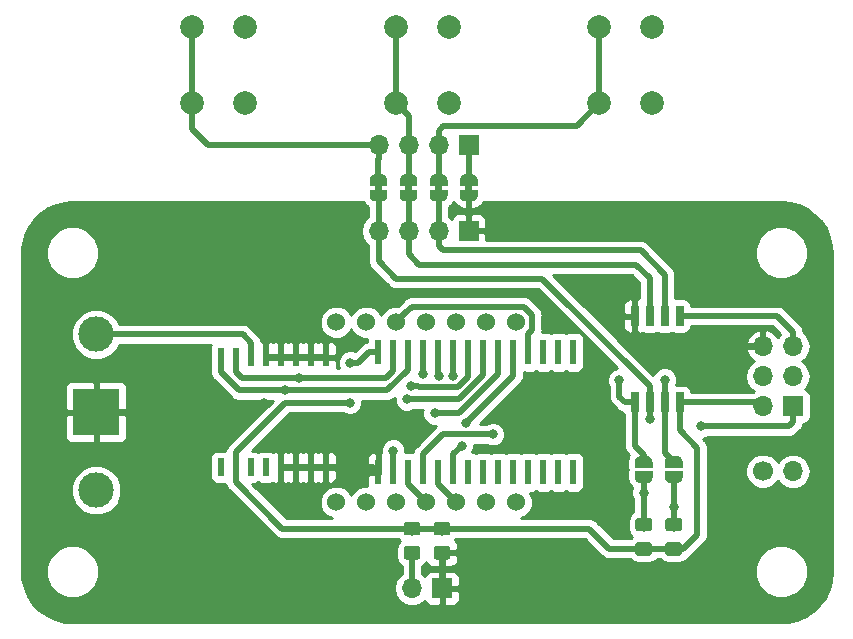
<source format=gbr>
G04 #@! TF.GenerationSoftware,KiCad,Pcbnew,(5.0.2)-1*
G04 #@! TF.CreationDate,2020-01-01T22:46:37+01:00*
G04 #@! TF.ProjectId,clock,636c6f63-6b2e-46b6-9963-61645f706362,rev?*
G04 #@! TF.SameCoordinates,Original*
G04 #@! TF.FileFunction,Copper,L1,Top*
G04 #@! TF.FilePolarity,Positive*
%FSLAX46Y46*%
G04 Gerber Fmt 4.6, Leading zero omitted, Abs format (unit mm)*
G04 Created by KiCad (PCBNEW (5.0.2)-1) date 01/01/2020 22:46:37*
%MOMM*%
%LPD*%
G01*
G04 APERTURE LIST*
G04 #@! TA.AperFunction,ComponentPad*
%ADD10C,1.700000*%
G04 #@! TD*
G04 #@! TA.AperFunction,ComponentPad*
%ADD11O,1.700000X1.700000*%
G04 #@! TD*
G04 #@! TA.AperFunction,Conductor*
%ADD12C,0.100000*%
G04 #@! TD*
G04 #@! TA.AperFunction,SMDPad,CuDef*
%ADD13C,1.150000*%
G04 #@! TD*
G04 #@! TA.AperFunction,ComponentPad*
%ADD14C,3.000000*%
G04 #@! TD*
G04 #@! TA.AperFunction,SMDPad,CuDef*
%ADD15R,4.000000X4.000000*%
G04 #@! TD*
G04 #@! TA.AperFunction,ComponentPad*
%ADD16R,1.700000X1.700000*%
G04 #@! TD*
G04 #@! TA.AperFunction,SMDPad,CuDef*
%ADD17C,0.500000*%
G04 #@! TD*
G04 #@! TA.AperFunction,ComponentPad*
%ADD18C,2.000000*%
G04 #@! TD*
G04 #@! TA.AperFunction,SMDPad,CuDef*
%ADD19R,0.650000X1.700000*%
G04 #@! TD*
G04 #@! TA.AperFunction,SMDPad,CuDef*
%ADD20R,0.600000X1.500000*%
G04 #@! TD*
G04 #@! TA.AperFunction,SMDPad,CuDef*
%ADD21R,0.600000X2.159000*%
G04 #@! TD*
G04 #@! TA.AperFunction,ComponentPad*
%ADD22C,1.524000*%
G04 #@! TD*
G04 #@! TA.AperFunction,ViaPad*
%ADD23C,0.800000*%
G04 #@! TD*
G04 #@! TA.AperFunction,Conductor*
%ADD24C,0.500000*%
G04 #@! TD*
G04 #@! TA.AperFunction,Conductor*
%ADD25C,0.254000*%
G04 #@! TD*
G04 APERTURE END LIST*
D10*
G04 #@! TO.P,J2,1*
G04 #@! TO.N,SDA*
X167460000Y-81500000D03*
D11*
G04 #@! TO.P,J2,2*
G04 #@! TO.N,SCL*
X170000000Y-81500000D03*
G04 #@! TD*
D12*
G04 #@! TO.N,+5V*
G04 #@! TO.C,C1*
G36*
X140759505Y-85776204D02*
X140783773Y-85779804D01*
X140807572Y-85785765D01*
X140830671Y-85794030D01*
X140852850Y-85804520D01*
X140873893Y-85817132D01*
X140893599Y-85831747D01*
X140911777Y-85848223D01*
X140928253Y-85866401D01*
X140942868Y-85886107D01*
X140955480Y-85907150D01*
X140965970Y-85929329D01*
X140974235Y-85952428D01*
X140980196Y-85976227D01*
X140983796Y-86000495D01*
X140985000Y-86024999D01*
X140985000Y-86675001D01*
X140983796Y-86699505D01*
X140980196Y-86723773D01*
X140974235Y-86747572D01*
X140965970Y-86770671D01*
X140955480Y-86792850D01*
X140942868Y-86813893D01*
X140928253Y-86833599D01*
X140911777Y-86851777D01*
X140893599Y-86868253D01*
X140873893Y-86882868D01*
X140852850Y-86895480D01*
X140830671Y-86905970D01*
X140807572Y-86914235D01*
X140783773Y-86920196D01*
X140759505Y-86923796D01*
X140735001Y-86925000D01*
X139834999Y-86925000D01*
X139810495Y-86923796D01*
X139786227Y-86920196D01*
X139762428Y-86914235D01*
X139739329Y-86905970D01*
X139717150Y-86895480D01*
X139696107Y-86882868D01*
X139676401Y-86868253D01*
X139658223Y-86851777D01*
X139641747Y-86833599D01*
X139627132Y-86813893D01*
X139614520Y-86792850D01*
X139604030Y-86770671D01*
X139595765Y-86747572D01*
X139589804Y-86723773D01*
X139586204Y-86699505D01*
X139585000Y-86675001D01*
X139585000Y-86024999D01*
X139586204Y-86000495D01*
X139589804Y-85976227D01*
X139595765Y-85952428D01*
X139604030Y-85929329D01*
X139614520Y-85907150D01*
X139627132Y-85886107D01*
X139641747Y-85866401D01*
X139658223Y-85848223D01*
X139676401Y-85831747D01*
X139696107Y-85817132D01*
X139717150Y-85804520D01*
X139739329Y-85794030D01*
X139762428Y-85785765D01*
X139786227Y-85779804D01*
X139810495Y-85776204D01*
X139834999Y-85775000D01*
X140735001Y-85775000D01*
X140759505Y-85776204D01*
X140759505Y-85776204D01*
G37*
D13*
G04 #@! TD*
G04 #@! TO.P,C1,1*
G04 #@! TO.N,+5V*
X140285000Y-86350000D03*
D12*
G04 #@! TO.N,GND*
G04 #@! TO.C,C1*
G36*
X140759505Y-87826204D02*
X140783773Y-87829804D01*
X140807572Y-87835765D01*
X140830671Y-87844030D01*
X140852850Y-87854520D01*
X140873893Y-87867132D01*
X140893599Y-87881747D01*
X140911777Y-87898223D01*
X140928253Y-87916401D01*
X140942868Y-87936107D01*
X140955480Y-87957150D01*
X140965970Y-87979329D01*
X140974235Y-88002428D01*
X140980196Y-88026227D01*
X140983796Y-88050495D01*
X140985000Y-88074999D01*
X140985000Y-88725001D01*
X140983796Y-88749505D01*
X140980196Y-88773773D01*
X140974235Y-88797572D01*
X140965970Y-88820671D01*
X140955480Y-88842850D01*
X140942868Y-88863893D01*
X140928253Y-88883599D01*
X140911777Y-88901777D01*
X140893599Y-88918253D01*
X140873893Y-88932868D01*
X140852850Y-88945480D01*
X140830671Y-88955970D01*
X140807572Y-88964235D01*
X140783773Y-88970196D01*
X140759505Y-88973796D01*
X140735001Y-88975000D01*
X139834999Y-88975000D01*
X139810495Y-88973796D01*
X139786227Y-88970196D01*
X139762428Y-88964235D01*
X139739329Y-88955970D01*
X139717150Y-88945480D01*
X139696107Y-88932868D01*
X139676401Y-88918253D01*
X139658223Y-88901777D01*
X139641747Y-88883599D01*
X139627132Y-88863893D01*
X139614520Y-88842850D01*
X139604030Y-88820671D01*
X139595765Y-88797572D01*
X139589804Y-88773773D01*
X139586204Y-88749505D01*
X139585000Y-88725001D01*
X139585000Y-88074999D01*
X139586204Y-88050495D01*
X139589804Y-88026227D01*
X139595765Y-88002428D01*
X139604030Y-87979329D01*
X139614520Y-87957150D01*
X139627132Y-87936107D01*
X139641747Y-87916401D01*
X139658223Y-87898223D01*
X139676401Y-87881747D01*
X139696107Y-87867132D01*
X139717150Y-87854520D01*
X139739329Y-87844030D01*
X139762428Y-87835765D01*
X139786227Y-87829804D01*
X139810495Y-87826204D01*
X139834999Y-87825000D01*
X140735001Y-87825000D01*
X140759505Y-87826204D01*
X140759505Y-87826204D01*
G37*
D13*
G04 #@! TD*
G04 #@! TO.P,C1,2*
G04 #@! TO.N,GND*
X140285000Y-88400000D03*
D14*
G04 #@! TO.P,CR1220,1*
G04 #@! TO.N,Net-(CR1220-Pad1)*
X111000000Y-69900000D03*
X111000000Y-83100000D03*
D15*
G04 #@! TO.P,CR1220,2*
G04 #@! TO.N,GND*
X111000000Y-76500000D03*
G04 #@! TD*
D12*
G04 #@! TO.N,Net-(D1-Pad2)*
G04 #@! TO.C,D1*
G36*
X138219505Y-87826204D02*
X138243773Y-87829804D01*
X138267572Y-87835765D01*
X138290671Y-87844030D01*
X138312850Y-87854520D01*
X138333893Y-87867132D01*
X138353599Y-87881747D01*
X138371777Y-87898223D01*
X138388253Y-87916401D01*
X138402868Y-87936107D01*
X138415480Y-87957150D01*
X138425970Y-87979329D01*
X138434235Y-88002428D01*
X138440196Y-88026227D01*
X138443796Y-88050495D01*
X138445000Y-88074999D01*
X138445000Y-88725001D01*
X138443796Y-88749505D01*
X138440196Y-88773773D01*
X138434235Y-88797572D01*
X138425970Y-88820671D01*
X138415480Y-88842850D01*
X138402868Y-88863893D01*
X138388253Y-88883599D01*
X138371777Y-88901777D01*
X138353599Y-88918253D01*
X138333893Y-88932868D01*
X138312850Y-88945480D01*
X138290671Y-88955970D01*
X138267572Y-88964235D01*
X138243773Y-88970196D01*
X138219505Y-88973796D01*
X138195001Y-88975000D01*
X137294999Y-88975000D01*
X137270495Y-88973796D01*
X137246227Y-88970196D01*
X137222428Y-88964235D01*
X137199329Y-88955970D01*
X137177150Y-88945480D01*
X137156107Y-88932868D01*
X137136401Y-88918253D01*
X137118223Y-88901777D01*
X137101747Y-88883599D01*
X137087132Y-88863893D01*
X137074520Y-88842850D01*
X137064030Y-88820671D01*
X137055765Y-88797572D01*
X137049804Y-88773773D01*
X137046204Y-88749505D01*
X137045000Y-88725001D01*
X137045000Y-88074999D01*
X137046204Y-88050495D01*
X137049804Y-88026227D01*
X137055765Y-88002428D01*
X137064030Y-87979329D01*
X137074520Y-87957150D01*
X137087132Y-87936107D01*
X137101747Y-87916401D01*
X137118223Y-87898223D01*
X137136401Y-87881747D01*
X137156107Y-87867132D01*
X137177150Y-87854520D01*
X137199329Y-87844030D01*
X137222428Y-87835765D01*
X137246227Y-87829804D01*
X137270495Y-87826204D01*
X137294999Y-87825000D01*
X138195001Y-87825000D01*
X138219505Y-87826204D01*
X138219505Y-87826204D01*
G37*
D13*
G04 #@! TD*
G04 #@! TO.P,D1,2*
G04 #@! TO.N,Net-(D1-Pad2)*
X137745000Y-88400000D03*
D12*
G04 #@! TO.N,+5V*
G04 #@! TO.C,D1*
G36*
X138219505Y-85776204D02*
X138243773Y-85779804D01*
X138267572Y-85785765D01*
X138290671Y-85794030D01*
X138312850Y-85804520D01*
X138333893Y-85817132D01*
X138353599Y-85831747D01*
X138371777Y-85848223D01*
X138388253Y-85866401D01*
X138402868Y-85886107D01*
X138415480Y-85907150D01*
X138425970Y-85929329D01*
X138434235Y-85952428D01*
X138440196Y-85976227D01*
X138443796Y-86000495D01*
X138445000Y-86024999D01*
X138445000Y-86675001D01*
X138443796Y-86699505D01*
X138440196Y-86723773D01*
X138434235Y-86747572D01*
X138425970Y-86770671D01*
X138415480Y-86792850D01*
X138402868Y-86813893D01*
X138388253Y-86833599D01*
X138371777Y-86851777D01*
X138353599Y-86868253D01*
X138333893Y-86882868D01*
X138312850Y-86895480D01*
X138290671Y-86905970D01*
X138267572Y-86914235D01*
X138243773Y-86920196D01*
X138219505Y-86923796D01*
X138195001Y-86925000D01*
X137294999Y-86925000D01*
X137270495Y-86923796D01*
X137246227Y-86920196D01*
X137222428Y-86914235D01*
X137199329Y-86905970D01*
X137177150Y-86895480D01*
X137156107Y-86882868D01*
X137136401Y-86868253D01*
X137118223Y-86851777D01*
X137101747Y-86833599D01*
X137087132Y-86813893D01*
X137074520Y-86792850D01*
X137064030Y-86770671D01*
X137055765Y-86747572D01*
X137049804Y-86723773D01*
X137046204Y-86699505D01*
X137045000Y-86675001D01*
X137045000Y-86024999D01*
X137046204Y-86000495D01*
X137049804Y-85976227D01*
X137055765Y-85952428D01*
X137064030Y-85929329D01*
X137074520Y-85907150D01*
X137087132Y-85886107D01*
X137101747Y-85866401D01*
X137118223Y-85848223D01*
X137136401Y-85831747D01*
X137156107Y-85817132D01*
X137177150Y-85804520D01*
X137199329Y-85794030D01*
X137222428Y-85785765D01*
X137246227Y-85779804D01*
X137270495Y-85776204D01*
X137294999Y-85775000D01*
X138195001Y-85775000D01*
X138219505Y-85776204D01*
X138219505Y-85776204D01*
G37*
D13*
G04 #@! TD*
G04 #@! TO.P,D1,1*
G04 #@! TO.N,+5V*
X137745000Y-86350000D03*
D16*
G04 #@! TO.P,J1,1*
G04 #@! TO.N,GND*
X140285000Y-91400000D03*
D11*
G04 #@! TO.P,J1,2*
G04 #@! TO.N,Net-(D1-Pad2)*
X137745000Y-91400000D03*
G04 #@! TD*
D16*
G04 #@! TO.P,J3,1*
G04 #@! TO.N,Net-(J3-Pad1)*
X170000000Y-76000000D03*
D11*
G04 #@! TO.P,J3,2*
G04 #@! TO.N,+5V*
X167460000Y-76000000D03*
G04 #@! TO.P,J3,3*
G04 #@! TO.N,Net-(J3-Pad3)*
X170000000Y-73460000D03*
G04 #@! TO.P,J3,4*
G04 #@! TO.N,Net-(J3-Pad4)*
X167460000Y-73460000D03*
G04 #@! TO.P,J3,5*
G04 #@! TO.N,Net-(J3-Pad5)*
X170000000Y-70920000D03*
G04 #@! TO.P,J3,6*
G04 #@! TO.N,GND*
X167460000Y-70920000D03*
G04 #@! TD*
D16*
G04 #@! TO.P,J4,1*
G04 #@! TO.N,Net-(J4-Pad1)*
X142550000Y-53850000D03*
D11*
G04 #@! TO.P,J4,2*
G04 #@! TO.N,Net-(J4-Pad2)*
X140010000Y-53850000D03*
G04 #@! TO.P,J4,3*
G04 #@! TO.N,Net-(J4-Pad3)*
X137470000Y-53850000D03*
G04 #@! TO.P,J4,4*
G04 #@! TO.N,Net-(J4-Pad4)*
X134930000Y-53850000D03*
G04 #@! TD*
G04 #@! TO.P,J5,4*
G04 #@! TO.N,Net-(J3-Pad1)*
X134930000Y-61150000D03*
G04 #@! TO.P,J5,3*
G04 #@! TO.N,Net-(J5-Pad3)*
X137470000Y-61150000D03*
G04 #@! TO.P,J5,2*
G04 #@! TO.N,Net-(J5-Pad2)*
X140010000Y-61150000D03*
D16*
G04 #@! TO.P,J5,1*
G04 #@! TO.N,GND*
X142550000Y-61150000D03*
G04 #@! TD*
D17*
G04 #@! TO.P,JP1,2*
G04 #@! TO.N,Net-(J3-Pad4)*
X157361644Y-80701010D03*
D12*
G04 #@! TD*
G04 #@! TO.N,Net-(J3-Pad4)*
G04 #@! TO.C,JP1*
G36*
X156612246Y-80701010D02*
X156612246Y-80676476D01*
X156617056Y-80627645D01*
X156626628Y-80579520D01*
X156640872Y-80532565D01*
X156659649Y-80487232D01*
X156682780Y-80443959D01*
X156710040Y-80403160D01*
X156741168Y-80365231D01*
X156775865Y-80330534D01*
X156813794Y-80299406D01*
X156854593Y-80272146D01*
X156897866Y-80249015D01*
X156943199Y-80230238D01*
X156990154Y-80215994D01*
X157038279Y-80206422D01*
X157087110Y-80201612D01*
X157111644Y-80201612D01*
X157111644Y-80201010D01*
X157611644Y-80201010D01*
X157611644Y-80201612D01*
X157636178Y-80201612D01*
X157685009Y-80206422D01*
X157733134Y-80215994D01*
X157780089Y-80230238D01*
X157825422Y-80249015D01*
X157868695Y-80272146D01*
X157909494Y-80299406D01*
X157947423Y-80330534D01*
X157982120Y-80365231D01*
X158013248Y-80403160D01*
X158040508Y-80443959D01*
X158063639Y-80487232D01*
X158082416Y-80532565D01*
X158096660Y-80579520D01*
X158106232Y-80627645D01*
X158111042Y-80676476D01*
X158111042Y-80701010D01*
X158111644Y-80701010D01*
X158111644Y-81201010D01*
X156611644Y-81201010D01*
X156611644Y-80701010D01*
X156612246Y-80701010D01*
X156612246Y-80701010D01*
G37*
D17*
G04 #@! TO.P,JP1,1*
G04 #@! TO.N,SDA*
X157361644Y-82001010D03*
D12*
G04 #@! TD*
G04 #@! TO.N,SDA*
G04 #@! TO.C,JP1*
G36*
X158111644Y-81501010D02*
X158111644Y-82001010D01*
X158111042Y-82001010D01*
X158111042Y-82025544D01*
X158106232Y-82074375D01*
X158096660Y-82122500D01*
X158082416Y-82169455D01*
X158063639Y-82214788D01*
X158040508Y-82258061D01*
X158013248Y-82298860D01*
X157982120Y-82336789D01*
X157947423Y-82371486D01*
X157909494Y-82402614D01*
X157868695Y-82429874D01*
X157825422Y-82453005D01*
X157780089Y-82471782D01*
X157733134Y-82486026D01*
X157685009Y-82495598D01*
X157636178Y-82500408D01*
X157611644Y-82500408D01*
X157611644Y-82501010D01*
X157111644Y-82501010D01*
X157111644Y-82500408D01*
X157087110Y-82500408D01*
X157038279Y-82495598D01*
X156990154Y-82486026D01*
X156943199Y-82471782D01*
X156897866Y-82453005D01*
X156854593Y-82429874D01*
X156813794Y-82402614D01*
X156775865Y-82371486D01*
X156741168Y-82336789D01*
X156710040Y-82298860D01*
X156682780Y-82258061D01*
X156659649Y-82214788D01*
X156640872Y-82169455D01*
X156626628Y-82122500D01*
X156617056Y-82074375D01*
X156612246Y-82025544D01*
X156612246Y-82001010D01*
X156611644Y-82001010D01*
X156611644Y-81501010D01*
X158111644Y-81501010D01*
X158111644Y-81501010D01*
G37*
D17*
G04 #@! TO.P,JP2,2*
G04 #@! TO.N,Net-(J3-Pad3)*
X159901644Y-80686010D03*
D12*
G04 #@! TD*
G04 #@! TO.N,Net-(J3-Pad3)*
G04 #@! TO.C,JP2*
G36*
X159152246Y-80686010D02*
X159152246Y-80661476D01*
X159157056Y-80612645D01*
X159166628Y-80564520D01*
X159180872Y-80517565D01*
X159199649Y-80472232D01*
X159222780Y-80428959D01*
X159250040Y-80388160D01*
X159281168Y-80350231D01*
X159315865Y-80315534D01*
X159353794Y-80284406D01*
X159394593Y-80257146D01*
X159437866Y-80234015D01*
X159483199Y-80215238D01*
X159530154Y-80200994D01*
X159578279Y-80191422D01*
X159627110Y-80186612D01*
X159651644Y-80186612D01*
X159651644Y-80186010D01*
X160151644Y-80186010D01*
X160151644Y-80186612D01*
X160176178Y-80186612D01*
X160225009Y-80191422D01*
X160273134Y-80200994D01*
X160320089Y-80215238D01*
X160365422Y-80234015D01*
X160408695Y-80257146D01*
X160449494Y-80284406D01*
X160487423Y-80315534D01*
X160522120Y-80350231D01*
X160553248Y-80388160D01*
X160580508Y-80428959D01*
X160603639Y-80472232D01*
X160622416Y-80517565D01*
X160636660Y-80564520D01*
X160646232Y-80612645D01*
X160651042Y-80661476D01*
X160651042Y-80686010D01*
X160651644Y-80686010D01*
X160651644Y-81186010D01*
X159151644Y-81186010D01*
X159151644Y-80686010D01*
X159152246Y-80686010D01*
X159152246Y-80686010D01*
G37*
D17*
G04 #@! TO.P,JP2,1*
G04 #@! TO.N,SCL*
X159901644Y-81986010D03*
D12*
G04 #@! TD*
G04 #@! TO.N,SCL*
G04 #@! TO.C,JP2*
G36*
X160651644Y-81486010D02*
X160651644Y-81986010D01*
X160651042Y-81986010D01*
X160651042Y-82010544D01*
X160646232Y-82059375D01*
X160636660Y-82107500D01*
X160622416Y-82154455D01*
X160603639Y-82199788D01*
X160580508Y-82243061D01*
X160553248Y-82283860D01*
X160522120Y-82321789D01*
X160487423Y-82356486D01*
X160449494Y-82387614D01*
X160408695Y-82414874D01*
X160365422Y-82438005D01*
X160320089Y-82456782D01*
X160273134Y-82471026D01*
X160225009Y-82480598D01*
X160176178Y-82485408D01*
X160151644Y-82485408D01*
X160151644Y-82486010D01*
X159651644Y-82486010D01*
X159651644Y-82485408D01*
X159627110Y-82485408D01*
X159578279Y-82480598D01*
X159530154Y-82471026D01*
X159483199Y-82456782D01*
X159437866Y-82438005D01*
X159394593Y-82414874D01*
X159353794Y-82387614D01*
X159315865Y-82356486D01*
X159281168Y-82321789D01*
X159250040Y-82283860D01*
X159222780Y-82243061D01*
X159199649Y-82199788D01*
X159180872Y-82154455D01*
X159166628Y-82107500D01*
X159157056Y-82059375D01*
X159152246Y-82010544D01*
X159152246Y-81986010D01*
X159151644Y-81986010D01*
X159151644Y-81486010D01*
X160651644Y-81486010D01*
X160651644Y-81486010D01*
G37*
G04 #@! TO.N,SCL*
G04 #@! TO.C,R1*
G36*
X160376149Y-85437214D02*
X160400417Y-85440814D01*
X160424216Y-85446775D01*
X160447315Y-85455040D01*
X160469494Y-85465530D01*
X160490537Y-85478142D01*
X160510243Y-85492757D01*
X160528421Y-85509233D01*
X160544897Y-85527411D01*
X160559512Y-85547117D01*
X160572124Y-85568160D01*
X160582614Y-85590339D01*
X160590879Y-85613438D01*
X160596840Y-85637237D01*
X160600440Y-85661505D01*
X160601644Y-85686009D01*
X160601644Y-86336011D01*
X160600440Y-86360515D01*
X160596840Y-86384783D01*
X160590879Y-86408582D01*
X160582614Y-86431681D01*
X160572124Y-86453860D01*
X160559512Y-86474903D01*
X160544897Y-86494609D01*
X160528421Y-86512787D01*
X160510243Y-86529263D01*
X160490537Y-86543878D01*
X160469494Y-86556490D01*
X160447315Y-86566980D01*
X160424216Y-86575245D01*
X160400417Y-86581206D01*
X160376149Y-86584806D01*
X160351645Y-86586010D01*
X159451643Y-86586010D01*
X159427139Y-86584806D01*
X159402871Y-86581206D01*
X159379072Y-86575245D01*
X159355973Y-86566980D01*
X159333794Y-86556490D01*
X159312751Y-86543878D01*
X159293045Y-86529263D01*
X159274867Y-86512787D01*
X159258391Y-86494609D01*
X159243776Y-86474903D01*
X159231164Y-86453860D01*
X159220674Y-86431681D01*
X159212409Y-86408582D01*
X159206448Y-86384783D01*
X159202848Y-86360515D01*
X159201644Y-86336011D01*
X159201644Y-85686009D01*
X159202848Y-85661505D01*
X159206448Y-85637237D01*
X159212409Y-85613438D01*
X159220674Y-85590339D01*
X159231164Y-85568160D01*
X159243776Y-85547117D01*
X159258391Y-85527411D01*
X159274867Y-85509233D01*
X159293045Y-85492757D01*
X159312751Y-85478142D01*
X159333794Y-85465530D01*
X159355973Y-85455040D01*
X159379072Y-85446775D01*
X159402871Y-85440814D01*
X159427139Y-85437214D01*
X159451643Y-85436010D01*
X160351645Y-85436010D01*
X160376149Y-85437214D01*
X160376149Y-85437214D01*
G37*
D13*
G04 #@! TD*
G04 #@! TO.P,R1,2*
G04 #@! TO.N,SCL*
X159901644Y-86011010D03*
D12*
G04 #@! TO.N,+5V*
G04 #@! TO.C,R1*
G36*
X160376149Y-87487214D02*
X160400417Y-87490814D01*
X160424216Y-87496775D01*
X160447315Y-87505040D01*
X160469494Y-87515530D01*
X160490537Y-87528142D01*
X160510243Y-87542757D01*
X160528421Y-87559233D01*
X160544897Y-87577411D01*
X160559512Y-87597117D01*
X160572124Y-87618160D01*
X160582614Y-87640339D01*
X160590879Y-87663438D01*
X160596840Y-87687237D01*
X160600440Y-87711505D01*
X160601644Y-87736009D01*
X160601644Y-88386011D01*
X160600440Y-88410515D01*
X160596840Y-88434783D01*
X160590879Y-88458582D01*
X160582614Y-88481681D01*
X160572124Y-88503860D01*
X160559512Y-88524903D01*
X160544897Y-88544609D01*
X160528421Y-88562787D01*
X160510243Y-88579263D01*
X160490537Y-88593878D01*
X160469494Y-88606490D01*
X160447315Y-88616980D01*
X160424216Y-88625245D01*
X160400417Y-88631206D01*
X160376149Y-88634806D01*
X160351645Y-88636010D01*
X159451643Y-88636010D01*
X159427139Y-88634806D01*
X159402871Y-88631206D01*
X159379072Y-88625245D01*
X159355973Y-88616980D01*
X159333794Y-88606490D01*
X159312751Y-88593878D01*
X159293045Y-88579263D01*
X159274867Y-88562787D01*
X159258391Y-88544609D01*
X159243776Y-88524903D01*
X159231164Y-88503860D01*
X159220674Y-88481681D01*
X159212409Y-88458582D01*
X159206448Y-88434783D01*
X159202848Y-88410515D01*
X159201644Y-88386011D01*
X159201644Y-87736009D01*
X159202848Y-87711505D01*
X159206448Y-87687237D01*
X159212409Y-87663438D01*
X159220674Y-87640339D01*
X159231164Y-87618160D01*
X159243776Y-87597117D01*
X159258391Y-87577411D01*
X159274867Y-87559233D01*
X159293045Y-87542757D01*
X159312751Y-87528142D01*
X159333794Y-87515530D01*
X159355973Y-87505040D01*
X159379072Y-87496775D01*
X159402871Y-87490814D01*
X159427139Y-87487214D01*
X159451643Y-87486010D01*
X160351645Y-87486010D01*
X160376149Y-87487214D01*
X160376149Y-87487214D01*
G37*
D13*
G04 #@! TD*
G04 #@! TO.P,R1,1*
G04 #@! TO.N,+5V*
X159901644Y-88061010D03*
D12*
G04 #@! TO.N,SDA*
G04 #@! TO.C,R2*
G36*
X157836149Y-85437214D02*
X157860417Y-85440814D01*
X157884216Y-85446775D01*
X157907315Y-85455040D01*
X157929494Y-85465530D01*
X157950537Y-85478142D01*
X157970243Y-85492757D01*
X157988421Y-85509233D01*
X158004897Y-85527411D01*
X158019512Y-85547117D01*
X158032124Y-85568160D01*
X158042614Y-85590339D01*
X158050879Y-85613438D01*
X158056840Y-85637237D01*
X158060440Y-85661505D01*
X158061644Y-85686009D01*
X158061644Y-86336011D01*
X158060440Y-86360515D01*
X158056840Y-86384783D01*
X158050879Y-86408582D01*
X158042614Y-86431681D01*
X158032124Y-86453860D01*
X158019512Y-86474903D01*
X158004897Y-86494609D01*
X157988421Y-86512787D01*
X157970243Y-86529263D01*
X157950537Y-86543878D01*
X157929494Y-86556490D01*
X157907315Y-86566980D01*
X157884216Y-86575245D01*
X157860417Y-86581206D01*
X157836149Y-86584806D01*
X157811645Y-86586010D01*
X156911643Y-86586010D01*
X156887139Y-86584806D01*
X156862871Y-86581206D01*
X156839072Y-86575245D01*
X156815973Y-86566980D01*
X156793794Y-86556490D01*
X156772751Y-86543878D01*
X156753045Y-86529263D01*
X156734867Y-86512787D01*
X156718391Y-86494609D01*
X156703776Y-86474903D01*
X156691164Y-86453860D01*
X156680674Y-86431681D01*
X156672409Y-86408582D01*
X156666448Y-86384783D01*
X156662848Y-86360515D01*
X156661644Y-86336011D01*
X156661644Y-85686009D01*
X156662848Y-85661505D01*
X156666448Y-85637237D01*
X156672409Y-85613438D01*
X156680674Y-85590339D01*
X156691164Y-85568160D01*
X156703776Y-85547117D01*
X156718391Y-85527411D01*
X156734867Y-85509233D01*
X156753045Y-85492757D01*
X156772751Y-85478142D01*
X156793794Y-85465530D01*
X156815973Y-85455040D01*
X156839072Y-85446775D01*
X156862871Y-85440814D01*
X156887139Y-85437214D01*
X156911643Y-85436010D01*
X157811645Y-85436010D01*
X157836149Y-85437214D01*
X157836149Y-85437214D01*
G37*
D13*
G04 #@! TD*
G04 #@! TO.P,R2,2*
G04 #@! TO.N,SDA*
X157361644Y-86011010D03*
D12*
G04 #@! TO.N,+5V*
G04 #@! TO.C,R2*
G36*
X157836149Y-87487214D02*
X157860417Y-87490814D01*
X157884216Y-87496775D01*
X157907315Y-87505040D01*
X157929494Y-87515530D01*
X157950537Y-87528142D01*
X157970243Y-87542757D01*
X157988421Y-87559233D01*
X158004897Y-87577411D01*
X158019512Y-87597117D01*
X158032124Y-87618160D01*
X158042614Y-87640339D01*
X158050879Y-87663438D01*
X158056840Y-87687237D01*
X158060440Y-87711505D01*
X158061644Y-87736009D01*
X158061644Y-88386011D01*
X158060440Y-88410515D01*
X158056840Y-88434783D01*
X158050879Y-88458582D01*
X158042614Y-88481681D01*
X158032124Y-88503860D01*
X158019512Y-88524903D01*
X158004897Y-88544609D01*
X157988421Y-88562787D01*
X157970243Y-88579263D01*
X157950537Y-88593878D01*
X157929494Y-88606490D01*
X157907315Y-88616980D01*
X157884216Y-88625245D01*
X157860417Y-88631206D01*
X157836149Y-88634806D01*
X157811645Y-88636010D01*
X156911643Y-88636010D01*
X156887139Y-88634806D01*
X156862871Y-88631206D01*
X156839072Y-88625245D01*
X156815973Y-88616980D01*
X156793794Y-88606490D01*
X156772751Y-88593878D01*
X156753045Y-88579263D01*
X156734867Y-88562787D01*
X156718391Y-88544609D01*
X156703776Y-88524903D01*
X156691164Y-88503860D01*
X156680674Y-88481681D01*
X156672409Y-88458582D01*
X156666448Y-88434783D01*
X156662848Y-88410515D01*
X156661644Y-88386011D01*
X156661644Y-87736009D01*
X156662848Y-87711505D01*
X156666448Y-87687237D01*
X156672409Y-87663438D01*
X156680674Y-87640339D01*
X156691164Y-87618160D01*
X156703776Y-87597117D01*
X156718391Y-87577411D01*
X156734867Y-87559233D01*
X156753045Y-87542757D01*
X156772751Y-87528142D01*
X156793794Y-87515530D01*
X156815973Y-87505040D01*
X156839072Y-87496775D01*
X156862871Y-87490814D01*
X156887139Y-87487214D01*
X156911643Y-87486010D01*
X157811645Y-87486010D01*
X157836149Y-87487214D01*
X157836149Y-87487214D01*
G37*
D13*
G04 #@! TD*
G04 #@! TO.P,R2,1*
G04 #@! TO.N,+5V*
X157361644Y-88061010D03*
D18*
G04 #@! TO.P,SW1,1*
G04 #@! TO.N,Net-(J4-Pad4)*
X119100000Y-50350000D03*
G04 #@! TO.P,SW1,2*
G04 #@! TO.N,Net-(J4-Pad1)*
X123600000Y-50350000D03*
G04 #@! TO.P,SW1,1*
G04 #@! TO.N,Net-(J4-Pad4)*
X119100000Y-43850000D03*
G04 #@! TO.P,SW1,2*
G04 #@! TO.N,Net-(J4-Pad1)*
X123600000Y-43850000D03*
G04 #@! TD*
G04 #@! TO.P,SW2,1*
G04 #@! TO.N,Net-(J4-Pad3)*
X136400000Y-50350000D03*
G04 #@! TO.P,SW2,2*
G04 #@! TO.N,Net-(J4-Pad1)*
X140900000Y-50350000D03*
G04 #@! TO.P,SW2,1*
G04 #@! TO.N,Net-(J4-Pad3)*
X136400000Y-43850000D03*
G04 #@! TO.P,SW2,2*
G04 #@! TO.N,Net-(J4-Pad1)*
X140900000Y-43850000D03*
G04 #@! TD*
G04 #@! TO.P,SW3,1*
G04 #@! TO.N,Net-(J4-Pad2)*
X153600000Y-50350000D03*
G04 #@! TO.P,SW3,2*
G04 #@! TO.N,Net-(J4-Pad1)*
X158100000Y-50350000D03*
G04 #@! TO.P,SW3,1*
G04 #@! TO.N,Net-(J4-Pad2)*
X153600000Y-43850000D03*
G04 #@! TO.P,SW3,2*
G04 #@! TO.N,Net-(J4-Pad1)*
X158100000Y-43850000D03*
G04 #@! TD*
D19*
G04 #@! TO.P,U1,8*
G04 #@! TO.N,+5V*
X160405000Y-75650000D03*
G04 #@! TO.P,U1,7*
G04 #@! TO.N,Net-(J3-Pad3)*
X159135000Y-75650000D03*
G04 #@! TO.P,U1,6*
G04 #@! TO.N,Net-(J3-Pad1)*
X157865000Y-75650000D03*
G04 #@! TO.P,U1,5*
G04 #@! TO.N,Net-(J3-Pad4)*
X156595000Y-75650000D03*
G04 #@! TO.P,U1,4*
G04 #@! TO.N,GND*
X156595000Y-68350000D03*
G04 #@! TO.P,U1,3*
G04 #@! TO.N,Net-(J5-Pad3)*
X157865000Y-68350000D03*
G04 #@! TO.P,U1,2*
G04 #@! TO.N,Net-(J5-Pad2)*
X159135000Y-68350000D03*
G04 #@! TO.P,U1,1*
G04 #@! TO.N,Net-(J3-Pad5)*
X160405000Y-68350000D03*
G04 #@! TD*
D20*
G04 #@! TO.P,U2,16*
G04 #@! TO.N,SCL*
X121555000Y-71850000D03*
G04 #@! TO.P,U2,15*
G04 #@! TO.N,SDA*
X122825000Y-71850000D03*
G04 #@! TO.P,U2,14*
G04 #@! TO.N,Net-(CR1220-Pad1)*
X124095000Y-71850000D03*
G04 #@! TO.P,U2,13*
G04 #@! TO.N,GND*
X125365000Y-71850000D03*
G04 #@! TO.P,U2,12*
X126635000Y-71850000D03*
G04 #@! TO.P,U2,11*
X127905000Y-71850000D03*
G04 #@! TO.P,U2,10*
X129175000Y-71850000D03*
G04 #@! TO.P,U2,9*
X130445000Y-71850000D03*
G04 #@! TO.P,U2,8*
X130445000Y-81150000D03*
G04 #@! TO.P,U2,7*
X129175000Y-81150000D03*
G04 #@! TO.P,U2,6*
X127905000Y-81150000D03*
G04 #@! TO.P,U2,5*
X126635000Y-81150000D03*
G04 #@! TO.P,U2,4*
G04 #@! TO.N,Net-(U2-Pad4)*
X125365000Y-81150000D03*
G04 #@! TO.P,U2,3*
G04 #@! TO.N,Net-(U2-Pad3)*
X124095000Y-81150000D03*
G04 #@! TO.P,U2,2*
G04 #@! TO.N,+5V*
X122825000Y-81150000D03*
G04 #@! TO.P,U2,1*
G04 #@! TO.N,Net-(U2-Pad1)*
X121555000Y-81150000D03*
G04 #@! TD*
D21*
G04 #@! TO.P,U3,28*
G04 #@! TO.N,+5V*
X134880000Y-71420000D03*
G04 #@! TO.P,U3,27*
G04 #@! TO.N,SDA*
X136150000Y-71420000D03*
G04 #@! TO.P,U3,26*
G04 #@! TO.N,SCL*
X137420000Y-71420000D03*
G04 #@! TO.P,U3,25*
G04 #@! TO.N,A*
X138690000Y-71420000D03*
G04 #@! TO.P,U3,24*
G04 #@! TO.N,B*
X139960000Y-71420000D03*
G04 #@! TO.P,U3,23*
G04 #@! TO.N,C*
X141230000Y-71420000D03*
G04 #@! TO.P,U3,22*
G04 #@! TO.N,D*
X142500000Y-71420000D03*
G04 #@! TO.P,U3,21*
G04 #@! TO.N,E*
X143770000Y-71420000D03*
G04 #@! TO.P,U3,20*
G04 #@! TO.N,F*
X145040000Y-71420000D03*
G04 #@! TO.P,U3,19*
G04 #@! TO.N,G*
X146310000Y-71420000D03*
G04 #@! TO.P,U3,18*
G04 #@! TO.N,DP*
X147580000Y-71420000D03*
G04 #@! TO.P,U3,17*
G04 #@! TO.N,Net-(U3-Pad17)*
X148850000Y-71420000D03*
G04 #@! TO.P,U3,16*
G04 #@! TO.N,Net-(U3-Pad16)*
X150120000Y-71420000D03*
G04 #@! TO.P,U3,15*
G04 #@! TO.N,Net-(U3-Pad15)*
X151390000Y-71420000D03*
G04 #@! TO.P,U3,14*
G04 #@! TO.N,Net-(U3-Pad14)*
X151390000Y-81580000D03*
G04 #@! TO.P,U3,13*
G04 #@! TO.N,Net-(U3-Pad13)*
X150120000Y-81580000D03*
G04 #@! TO.P,U3,12*
G04 #@! TO.N,Net-(U3-Pad12)*
X148850000Y-81580000D03*
G04 #@! TO.P,U3,11*
G04 #@! TO.N,Net-(U3-Pad11)*
X147580000Y-81580000D03*
G04 #@! TO.P,U3,10*
G04 #@! TO.N,Net-(U3-Pad10)*
X146310000Y-81580000D03*
G04 #@! TO.P,U3,9*
G04 #@! TO.N,Net-(U3-Pad9)*
X145040000Y-81580000D03*
G04 #@! TO.P,U3,8*
G04 #@! TO.N,Net-(U3-Pad8)*
X143770000Y-81580000D03*
G04 #@! TO.P,U3,7*
G04 #@! TO.N,Net-(U3-Pad7)*
X142500000Y-81580000D03*
G04 #@! TO.P,U3,6*
G04 #@! TO.N,LED_COM4*
X141230000Y-81580000D03*
G04 #@! TO.P,U3,5*
G04 #@! TO.N,LED_COM3*
X139960000Y-81580000D03*
G04 #@! TO.P,U3,4*
G04 #@! TO.N,LED_COM_DOT*
X138690000Y-81580000D03*
G04 #@! TO.P,U3,3*
G04 #@! TO.N,LED_COM2*
X137420000Y-81580000D03*
G04 #@! TO.P,U3,2*
G04 #@! TO.N,LED_COM1*
X136150000Y-81580000D03*
G04 #@! TO.P,U3,1*
G04 #@! TO.N,GND*
X134880000Y-81580000D03*
G04 #@! TD*
D22*
G04 #@! TO.P,U4,14*
G04 #@! TO.N,LED_COM1*
X131345000Y-84120000D03*
G04 #@! TO.P,U4,13*
G04 #@! TO.N,A*
X133885000Y-84120000D03*
G04 #@! TO.P,U4,12*
G04 #@! TO.N,F*
X136425000Y-84120000D03*
G04 #@! TO.P,U4,11*
G04 #@! TO.N,LED_COM2*
X138965000Y-84120000D03*
G04 #@! TO.P,U4,10*
G04 #@! TO.N,LED_COM3*
X141505000Y-84120000D03*
G04 #@! TO.P,U4,9*
G04 #@! TO.N,B*
X144045000Y-84120000D03*
G04 #@! TO.P,U4,8*
X146585000Y-84120000D03*
G04 #@! TO.P,U4,7*
G04 #@! TO.N,LED_COM_DOT*
X146585000Y-68880000D03*
G04 #@! TO.P,U4,6*
G04 #@! TO.N,LED_COM4*
X144045000Y-68880000D03*
G04 #@! TO.P,U4,5*
G04 #@! TO.N,G*
X141505000Y-68880000D03*
G04 #@! TO.P,U4,4*
G04 #@! TO.N,C*
X138965000Y-68880000D03*
G04 #@! TO.P,U4,3*
G04 #@! TO.N,DP*
X136425000Y-68880000D03*
G04 #@! TO.P,U4,2*
G04 #@! TO.N,D*
X133885000Y-68880000D03*
G04 #@! TO.P,U4,1*
G04 #@! TO.N,E*
X131345000Y-68880000D03*
G04 #@! TD*
D17*
G04 #@! TO.P,JP3,1*
G04 #@! TO.N,Net-(J3-Pad1)*
X134900000Y-58150000D03*
D12*
G04 #@! TD*
G04 #@! TO.N,Net-(J3-Pad1)*
G04 #@! TO.C,JP3*
G36*
X134600000Y-57650000D02*
X134600000Y-57250000D01*
X135200000Y-57250000D01*
X135200000Y-57650000D01*
X135650000Y-57650000D01*
X135650000Y-58150000D01*
X135649398Y-58150000D01*
X135649398Y-58174534D01*
X135644588Y-58223365D01*
X135635016Y-58271490D01*
X135620772Y-58318445D01*
X135601995Y-58363778D01*
X135578864Y-58407051D01*
X135551604Y-58447850D01*
X135520476Y-58485779D01*
X135485779Y-58520476D01*
X135447850Y-58551604D01*
X135407051Y-58578864D01*
X135363778Y-58601995D01*
X135318445Y-58620772D01*
X135271490Y-58635016D01*
X135223365Y-58644588D01*
X135174534Y-58649398D01*
X135150000Y-58649398D01*
X135150000Y-58650000D01*
X134650000Y-58650000D01*
X134650000Y-58649398D01*
X134625466Y-58649398D01*
X134576635Y-58644588D01*
X134528510Y-58635016D01*
X134481555Y-58620772D01*
X134436222Y-58601995D01*
X134392949Y-58578864D01*
X134352150Y-58551604D01*
X134314221Y-58520476D01*
X134279524Y-58485779D01*
X134248396Y-58447850D01*
X134221136Y-58407051D01*
X134198005Y-58363778D01*
X134179228Y-58318445D01*
X134164984Y-58271490D01*
X134155412Y-58223365D01*
X134150602Y-58174534D01*
X134150602Y-58150000D01*
X134150000Y-58150000D01*
X134150000Y-57650000D01*
X134600000Y-57650000D01*
X134600000Y-57650000D01*
G37*
D17*
G04 #@! TO.P,JP3,2*
G04 #@! TO.N,Net-(J4-Pad4)*
X134900000Y-56850000D03*
D12*
G04 #@! TD*
G04 #@! TO.N,Net-(J4-Pad4)*
G04 #@! TO.C,JP3*
G36*
X134150602Y-56850000D02*
X134150602Y-56825466D01*
X134155412Y-56776635D01*
X134164984Y-56728510D01*
X134179228Y-56681555D01*
X134198005Y-56636222D01*
X134221136Y-56592949D01*
X134248396Y-56552150D01*
X134279524Y-56514221D01*
X134314221Y-56479524D01*
X134352150Y-56448396D01*
X134392949Y-56421136D01*
X134436222Y-56398005D01*
X134481555Y-56379228D01*
X134528510Y-56364984D01*
X134576635Y-56355412D01*
X134625466Y-56350602D01*
X134650000Y-56350602D01*
X134650000Y-56350000D01*
X135150000Y-56350000D01*
X135150000Y-56350602D01*
X135174534Y-56350602D01*
X135223365Y-56355412D01*
X135271490Y-56364984D01*
X135318445Y-56379228D01*
X135363778Y-56398005D01*
X135407051Y-56421136D01*
X135447850Y-56448396D01*
X135485779Y-56479524D01*
X135520476Y-56514221D01*
X135551604Y-56552150D01*
X135578864Y-56592949D01*
X135601995Y-56636222D01*
X135620772Y-56681555D01*
X135635016Y-56728510D01*
X135644588Y-56776635D01*
X135649398Y-56825466D01*
X135649398Y-56850000D01*
X135650000Y-56850000D01*
X135650000Y-57350000D01*
X134150000Y-57350000D01*
X134150000Y-56850000D01*
X134150602Y-56850000D01*
X134150602Y-56850000D01*
G37*
D17*
G04 #@! TO.P,JP4,2*
G04 #@! TO.N,Net-(J4-Pad3)*
X137450000Y-56850000D03*
D12*
G04 #@! TD*
G04 #@! TO.N,Net-(J4-Pad3)*
G04 #@! TO.C,JP4*
G36*
X136700602Y-56850000D02*
X136700602Y-56825466D01*
X136705412Y-56776635D01*
X136714984Y-56728510D01*
X136729228Y-56681555D01*
X136748005Y-56636222D01*
X136771136Y-56592949D01*
X136798396Y-56552150D01*
X136829524Y-56514221D01*
X136864221Y-56479524D01*
X136902150Y-56448396D01*
X136942949Y-56421136D01*
X136986222Y-56398005D01*
X137031555Y-56379228D01*
X137078510Y-56364984D01*
X137126635Y-56355412D01*
X137175466Y-56350602D01*
X137200000Y-56350602D01*
X137200000Y-56350000D01*
X137700000Y-56350000D01*
X137700000Y-56350602D01*
X137724534Y-56350602D01*
X137773365Y-56355412D01*
X137821490Y-56364984D01*
X137868445Y-56379228D01*
X137913778Y-56398005D01*
X137957051Y-56421136D01*
X137997850Y-56448396D01*
X138035779Y-56479524D01*
X138070476Y-56514221D01*
X138101604Y-56552150D01*
X138128864Y-56592949D01*
X138151995Y-56636222D01*
X138170772Y-56681555D01*
X138185016Y-56728510D01*
X138194588Y-56776635D01*
X138199398Y-56825466D01*
X138199398Y-56850000D01*
X138200000Y-56850000D01*
X138200000Y-57350000D01*
X136700000Y-57350000D01*
X136700000Y-56850000D01*
X136700602Y-56850000D01*
X136700602Y-56850000D01*
G37*
D17*
G04 #@! TO.P,JP4,1*
G04 #@! TO.N,Net-(J5-Pad3)*
X137450000Y-58150000D03*
D12*
G04 #@! TD*
G04 #@! TO.N,Net-(J5-Pad3)*
G04 #@! TO.C,JP4*
G36*
X137150000Y-57650000D02*
X137150000Y-57250000D01*
X137750000Y-57250000D01*
X137750000Y-57650000D01*
X138200000Y-57650000D01*
X138200000Y-58150000D01*
X138199398Y-58150000D01*
X138199398Y-58174534D01*
X138194588Y-58223365D01*
X138185016Y-58271490D01*
X138170772Y-58318445D01*
X138151995Y-58363778D01*
X138128864Y-58407051D01*
X138101604Y-58447850D01*
X138070476Y-58485779D01*
X138035779Y-58520476D01*
X137997850Y-58551604D01*
X137957051Y-58578864D01*
X137913778Y-58601995D01*
X137868445Y-58620772D01*
X137821490Y-58635016D01*
X137773365Y-58644588D01*
X137724534Y-58649398D01*
X137700000Y-58649398D01*
X137700000Y-58650000D01*
X137200000Y-58650000D01*
X137200000Y-58649398D01*
X137175466Y-58649398D01*
X137126635Y-58644588D01*
X137078510Y-58635016D01*
X137031555Y-58620772D01*
X136986222Y-58601995D01*
X136942949Y-58578864D01*
X136902150Y-58551604D01*
X136864221Y-58520476D01*
X136829524Y-58485779D01*
X136798396Y-58447850D01*
X136771136Y-58407051D01*
X136748005Y-58363778D01*
X136729228Y-58318445D01*
X136714984Y-58271490D01*
X136705412Y-58223365D01*
X136700602Y-58174534D01*
X136700602Y-58150000D01*
X136700000Y-58150000D01*
X136700000Y-57650000D01*
X137150000Y-57650000D01*
X137150000Y-57650000D01*
G37*
D17*
G04 #@! TO.P,JP5,1*
G04 #@! TO.N,Net-(J5-Pad2)*
X140000000Y-58150000D03*
D12*
G04 #@! TD*
G04 #@! TO.N,Net-(J5-Pad2)*
G04 #@! TO.C,JP5*
G36*
X139700000Y-57650000D02*
X139700000Y-57250000D01*
X140300000Y-57250000D01*
X140300000Y-57650000D01*
X140750000Y-57650000D01*
X140750000Y-58150000D01*
X140749398Y-58150000D01*
X140749398Y-58174534D01*
X140744588Y-58223365D01*
X140735016Y-58271490D01*
X140720772Y-58318445D01*
X140701995Y-58363778D01*
X140678864Y-58407051D01*
X140651604Y-58447850D01*
X140620476Y-58485779D01*
X140585779Y-58520476D01*
X140547850Y-58551604D01*
X140507051Y-58578864D01*
X140463778Y-58601995D01*
X140418445Y-58620772D01*
X140371490Y-58635016D01*
X140323365Y-58644588D01*
X140274534Y-58649398D01*
X140250000Y-58649398D01*
X140250000Y-58650000D01*
X139750000Y-58650000D01*
X139750000Y-58649398D01*
X139725466Y-58649398D01*
X139676635Y-58644588D01*
X139628510Y-58635016D01*
X139581555Y-58620772D01*
X139536222Y-58601995D01*
X139492949Y-58578864D01*
X139452150Y-58551604D01*
X139414221Y-58520476D01*
X139379524Y-58485779D01*
X139348396Y-58447850D01*
X139321136Y-58407051D01*
X139298005Y-58363778D01*
X139279228Y-58318445D01*
X139264984Y-58271490D01*
X139255412Y-58223365D01*
X139250602Y-58174534D01*
X139250602Y-58150000D01*
X139250000Y-58150000D01*
X139250000Y-57650000D01*
X139700000Y-57650000D01*
X139700000Y-57650000D01*
G37*
D17*
G04 #@! TO.P,JP5,2*
G04 #@! TO.N,Net-(J4-Pad2)*
X140000000Y-56850000D03*
D12*
G04 #@! TD*
G04 #@! TO.N,Net-(J4-Pad2)*
G04 #@! TO.C,JP5*
G36*
X139250602Y-56850000D02*
X139250602Y-56825466D01*
X139255412Y-56776635D01*
X139264984Y-56728510D01*
X139279228Y-56681555D01*
X139298005Y-56636222D01*
X139321136Y-56592949D01*
X139348396Y-56552150D01*
X139379524Y-56514221D01*
X139414221Y-56479524D01*
X139452150Y-56448396D01*
X139492949Y-56421136D01*
X139536222Y-56398005D01*
X139581555Y-56379228D01*
X139628510Y-56364984D01*
X139676635Y-56355412D01*
X139725466Y-56350602D01*
X139750000Y-56350602D01*
X139750000Y-56350000D01*
X140250000Y-56350000D01*
X140250000Y-56350602D01*
X140274534Y-56350602D01*
X140323365Y-56355412D01*
X140371490Y-56364984D01*
X140418445Y-56379228D01*
X140463778Y-56398005D01*
X140507051Y-56421136D01*
X140547850Y-56448396D01*
X140585779Y-56479524D01*
X140620476Y-56514221D01*
X140651604Y-56552150D01*
X140678864Y-56592949D01*
X140701995Y-56636222D01*
X140720772Y-56681555D01*
X140735016Y-56728510D01*
X140744588Y-56776635D01*
X140749398Y-56825466D01*
X140749398Y-56850000D01*
X140750000Y-56850000D01*
X140750000Y-57350000D01*
X139250000Y-57350000D01*
X139250000Y-56850000D01*
X139250602Y-56850000D01*
X139250602Y-56850000D01*
G37*
D17*
G04 #@! TO.P,JP6,2*
G04 #@! TO.N,Net-(J4-Pad1)*
X142550000Y-56850000D03*
D12*
G04 #@! TD*
G04 #@! TO.N,Net-(J4-Pad1)*
G04 #@! TO.C,JP6*
G36*
X141800602Y-56850000D02*
X141800602Y-56825466D01*
X141805412Y-56776635D01*
X141814984Y-56728510D01*
X141829228Y-56681555D01*
X141848005Y-56636222D01*
X141871136Y-56592949D01*
X141898396Y-56552150D01*
X141929524Y-56514221D01*
X141964221Y-56479524D01*
X142002150Y-56448396D01*
X142042949Y-56421136D01*
X142086222Y-56398005D01*
X142131555Y-56379228D01*
X142178510Y-56364984D01*
X142226635Y-56355412D01*
X142275466Y-56350602D01*
X142300000Y-56350602D01*
X142300000Y-56350000D01*
X142800000Y-56350000D01*
X142800000Y-56350602D01*
X142824534Y-56350602D01*
X142873365Y-56355412D01*
X142921490Y-56364984D01*
X142968445Y-56379228D01*
X143013778Y-56398005D01*
X143057051Y-56421136D01*
X143097850Y-56448396D01*
X143135779Y-56479524D01*
X143170476Y-56514221D01*
X143201604Y-56552150D01*
X143228864Y-56592949D01*
X143251995Y-56636222D01*
X143270772Y-56681555D01*
X143285016Y-56728510D01*
X143294588Y-56776635D01*
X143299398Y-56825466D01*
X143299398Y-56850000D01*
X143300000Y-56850000D01*
X143300000Y-57350000D01*
X141800000Y-57350000D01*
X141800000Y-56850000D01*
X141800602Y-56850000D01*
X141800602Y-56850000D01*
G37*
D17*
G04 #@! TO.P,JP6,1*
G04 #@! TO.N,GND*
X142550000Y-58150000D03*
D12*
G04 #@! TD*
G04 #@! TO.N,GND*
G04 #@! TO.C,JP6*
G36*
X142250000Y-57650000D02*
X142250000Y-57250000D01*
X142850000Y-57250000D01*
X142850000Y-57650000D01*
X143300000Y-57650000D01*
X143300000Y-58150000D01*
X143299398Y-58150000D01*
X143299398Y-58174534D01*
X143294588Y-58223365D01*
X143285016Y-58271490D01*
X143270772Y-58318445D01*
X143251995Y-58363778D01*
X143228864Y-58407051D01*
X143201604Y-58447850D01*
X143170476Y-58485779D01*
X143135779Y-58520476D01*
X143097850Y-58551604D01*
X143057051Y-58578864D01*
X143013778Y-58601995D01*
X142968445Y-58620772D01*
X142921490Y-58635016D01*
X142873365Y-58644588D01*
X142824534Y-58649398D01*
X142800000Y-58649398D01*
X142800000Y-58650000D01*
X142300000Y-58650000D01*
X142300000Y-58649398D01*
X142275466Y-58649398D01*
X142226635Y-58644588D01*
X142178510Y-58635016D01*
X142131555Y-58620772D01*
X142086222Y-58601995D01*
X142042949Y-58578864D01*
X142002150Y-58551604D01*
X141964221Y-58520476D01*
X141929524Y-58485779D01*
X141898396Y-58447850D01*
X141871136Y-58407051D01*
X141848005Y-58363778D01*
X141829228Y-58318445D01*
X141814984Y-58271490D01*
X141805412Y-58223365D01*
X141800602Y-58174534D01*
X141800602Y-58150000D01*
X141800000Y-58150000D01*
X141800000Y-57650000D01*
X142250000Y-57650000D01*
X142250000Y-57650000D01*
G37*
D23*
G04 #@! TO.N,+5V*
X132500000Y-72300000D03*
X132500000Y-75700000D03*
G04 #@! TO.N,GND*
X156595000Y-66605000D03*
X129200000Y-70000000D03*
X130500000Y-78800000D03*
X125200000Y-75700000D03*
X125400000Y-70000000D03*
G04 #@! TO.N,SDA*
X128200000Y-73600000D03*
X157361644Y-83300000D03*
G04 #@! TO.N,SCL*
X127000000Y-74650000D03*
X159901644Y-84500000D03*
G04 #@! TO.N,Net-(J3-Pad1)*
X157900000Y-77035000D03*
X162200000Y-77700000D03*
G04 #@! TO.N,Net-(J3-Pad3)*
X159135000Y-73735000D03*
G04 #@! TO.N,Net-(J3-Pad4)*
X155300000Y-73800000D03*
G04 #@! TO.N,LED_COM1*
X136150000Y-79750000D03*
G04 #@! TO.N,LED_COM_DOT*
X144600000Y-78350000D03*
G04 #@! TO.N,LED_COM4*
X141950000Y-79350000D03*
G04 #@! TO.N,G*
X142300000Y-77400000D03*
G04 #@! TO.N,F*
X139649999Y-76600000D03*
G04 #@! TO.N,E*
X137300000Y-75400000D03*
G04 #@! TO.N,D*
X137700000Y-74300000D03*
G04 #@! TO.N,C*
X141200000Y-73400000D03*
G04 #@! TO.N,B*
X140000000Y-73400000D03*
G04 #@! TO.N,A*
X138700000Y-73300000D03*
G04 #@! TD*
D24*
G04 #@! TO.N,+5V*
X137745000Y-86350000D02*
X140285000Y-86350000D01*
X122825000Y-82400000D02*
X122825000Y-81150000D01*
X126775000Y-86350000D02*
X122825000Y-82400000D01*
X137745000Y-86350000D02*
X126775000Y-86350000D01*
X134080000Y-71420000D02*
X133200000Y-72300000D01*
X134880000Y-71420000D02*
X134080000Y-71420000D01*
X133200000Y-72300000D02*
X132500000Y-72300000D01*
X132500000Y-72300000D02*
X132500000Y-72300000D01*
X131934315Y-75700000D02*
X132500000Y-75700000D01*
X127025000Y-75700000D02*
X131934315Y-75700000D01*
X122825000Y-79900000D02*
X127025000Y-75700000D01*
X122825000Y-81150000D02*
X122825000Y-79900000D01*
X140285000Y-86350000D02*
X152750000Y-86350000D01*
X154461010Y-88061010D02*
X159901644Y-88061010D01*
X152750000Y-86350000D02*
X154461010Y-88061010D01*
X160701644Y-88061010D02*
X161900000Y-86862654D01*
X159901644Y-88061010D02*
X160701644Y-88061010D01*
X161900000Y-86862654D02*
X161900000Y-79500000D01*
X160405000Y-78005000D02*
X160405000Y-75650000D01*
X161900000Y-79500000D02*
X160405000Y-78005000D01*
X167110000Y-75650000D02*
X167460000Y-76000000D01*
X160405000Y-75650000D02*
X167110000Y-75650000D01*
G04 #@! TO.N,GND*
X140285000Y-88400000D02*
X140285000Y-91400000D01*
X166257919Y-70920000D02*
X166237919Y-70900000D01*
X167460000Y-70920000D02*
X166257919Y-70920000D01*
X156595000Y-69700000D02*
X156595000Y-68350000D01*
X157795000Y-70900000D02*
X156595000Y-69700000D01*
X166237919Y-70900000D02*
X157795000Y-70900000D01*
X156595000Y-68350000D02*
X156595000Y-66605000D01*
X156595000Y-66605000D02*
X156595000Y-66605000D01*
X125365000Y-71850000D02*
X130445000Y-71850000D01*
X134450000Y-81150000D02*
X134880000Y-81580000D01*
X126635000Y-81150000D02*
X134450000Y-81150000D01*
X129175000Y-70600000D02*
X129200000Y-70000000D01*
X129175000Y-71850000D02*
X129175000Y-70600000D01*
X129200000Y-70575000D02*
X129200000Y-70000000D01*
X129200000Y-70000000D02*
X129200000Y-70575000D01*
X130445000Y-81150000D02*
X130500000Y-78800000D01*
X130500000Y-78800000D02*
X130445000Y-78855000D01*
X111000000Y-76500000D02*
X124400000Y-76500000D01*
X124400000Y-76500000D02*
X125200000Y-75700000D01*
X125200000Y-75700000D02*
X125200000Y-75700000D01*
X125365000Y-71850000D02*
X125400000Y-70000000D01*
X125400000Y-70000000D02*
X125365000Y-70035000D01*
X142550000Y-61150000D02*
X142550000Y-58150000D01*
G04 #@! TO.N,Net-(CR1220-Pad1)*
X124095000Y-70600000D02*
X124095000Y-71850000D01*
X123395000Y-69900000D02*
X124095000Y-70600000D01*
X111000000Y-69900000D02*
X123395000Y-69900000D01*
G04 #@! TO.N,Net-(D1-Pad2)*
X137745000Y-91400000D02*
X137745000Y-88400000D01*
G04 #@! TO.N,SDA*
X136150000Y-72999500D02*
X135549500Y-73600000D01*
X136150000Y-71420000D02*
X136150000Y-72999500D01*
X122825000Y-73100000D02*
X122825000Y-71850000D01*
X123325000Y-73600000D02*
X122825000Y-73100000D01*
X135549500Y-73600000D02*
X128200000Y-73600000D01*
X157361644Y-86011010D02*
X157361644Y-83300000D01*
X128200000Y-73600000D02*
X123325000Y-73600000D01*
X157361644Y-83300000D02*
X157361644Y-82001010D01*
G04 #@! TO.N,SCL*
X159901644Y-81986010D02*
X159901644Y-84500000D01*
X159901644Y-84500000D02*
X159901644Y-86011010D01*
X135650000Y-74650000D02*
X127000000Y-74650000D01*
X137420000Y-71420000D02*
X137420000Y-72880000D01*
X137420000Y-72880000D02*
X135650000Y-74650000D01*
X121555000Y-73100000D02*
X121555000Y-71850000D01*
X127000000Y-74650000D02*
X123105000Y-74650000D01*
X123105000Y-74650000D02*
X121555000Y-73100000D01*
G04 #@! TO.N,Net-(J3-Pad1)*
X157865000Y-74300000D02*
X157865000Y-75650000D01*
X148765000Y-65200000D02*
X157865000Y-74300000D01*
X157865000Y-77000000D02*
X157900000Y-77035000D01*
X157865000Y-75650000D02*
X157865000Y-77000000D01*
X157900000Y-77035000D02*
X157900000Y-77035000D01*
X170000000Y-77350000D02*
X169650000Y-77700000D01*
X170000000Y-76000000D02*
X170000000Y-77350000D01*
X169650000Y-77700000D02*
X162200000Y-77700000D01*
X162200000Y-77700000D02*
X162200000Y-77700000D01*
X148765000Y-65200000D02*
X136400000Y-65200000D01*
X134930000Y-63730000D02*
X134930000Y-61150000D01*
X136400000Y-65200000D02*
X134930000Y-63730000D01*
X134930000Y-58180000D02*
X134900000Y-58150000D01*
X134930000Y-61150000D02*
X134930000Y-58180000D01*
G04 #@! TO.N,Net-(J3-Pad3)*
X159135000Y-79919366D02*
X159135000Y-75650000D01*
X159901644Y-80686010D02*
X159135000Y-79919366D01*
X159135000Y-75650000D02*
X159135000Y-73735000D01*
X159135000Y-73735000D02*
X159135000Y-73735000D01*
G04 #@! TO.N,Net-(J3-Pad4)*
X156595000Y-77000000D02*
X156595000Y-75650000D01*
X156595000Y-79334366D02*
X156595000Y-77000000D01*
X157361644Y-80101010D02*
X156595000Y-79334366D01*
X157361644Y-80701010D02*
X157361644Y-80101010D01*
X155770000Y-75650000D02*
X155300000Y-75180000D01*
X156595000Y-75650000D02*
X155770000Y-75650000D01*
X155300000Y-75180000D02*
X155300000Y-73800000D01*
X155300000Y-73800000D02*
X155300000Y-73800000D01*
G04 #@! TO.N,Net-(J3-Pad5)*
X161230000Y-68350000D02*
X160405000Y-68350000D01*
X168632081Y-68350000D02*
X161230000Y-68350000D01*
X170000000Y-69717919D02*
X168632081Y-68350000D01*
X170000000Y-70920000D02*
X170000000Y-69717919D01*
G04 #@! TO.N,LED_COM1*
X136150000Y-81580000D02*
X136150000Y-79750000D01*
G04 #@! TO.N,LED_COM2*
X137420000Y-82575000D02*
X138965000Y-84120000D01*
X137420000Y-81580000D02*
X137420000Y-82575000D01*
G04 #@! TO.N,LED_COM_DOT*
X138690000Y-81580000D02*
X138690000Y-80000500D01*
X138690000Y-80000500D02*
X140340501Y-78349999D01*
X144034315Y-78350000D02*
X144600000Y-78350000D01*
X140340501Y-78349999D02*
X144034315Y-78350000D01*
G04 #@! TO.N,LED_COM3*
X139960000Y-82575000D02*
X141505000Y-84120000D01*
X139960000Y-81580000D02*
X139960000Y-82575000D01*
G04 #@! TO.N,LED_COM4*
X141230000Y-80070000D02*
X141950000Y-79350000D01*
X141230000Y-81580000D02*
X141230000Y-80070000D01*
G04 #@! TO.N,DP*
X137186999Y-68118001D02*
X136425000Y-68880000D01*
X137737001Y-67567999D02*
X137186999Y-68118001D01*
X147214761Y-67567999D02*
X137737001Y-67567999D01*
X147897001Y-68250239D02*
X147214761Y-67567999D01*
X147897001Y-69523499D02*
X147897001Y-68250239D01*
X147580000Y-69840500D02*
X147897001Y-69523499D01*
X147580000Y-71420000D02*
X147580000Y-69840500D01*
G04 #@! TO.N,G*
X146310000Y-73390000D02*
X142300000Y-77400000D01*
X146310000Y-71420000D02*
X146310000Y-73390000D01*
G04 #@! TO.N,F*
X139649999Y-76600000D02*
X141693998Y-76600000D01*
X145040000Y-73253998D02*
X145040000Y-71420000D01*
X141693998Y-76600000D02*
X145040000Y-73253998D01*
G04 #@! TO.N,E*
X143770000Y-71420000D02*
X143770000Y-72999500D01*
X143770000Y-73367386D02*
X141737386Y-75400000D01*
X143770000Y-72999500D02*
X143770000Y-73367386D01*
X141737386Y-75400000D02*
X137300000Y-75400000D01*
X137300000Y-75400000D02*
X137300000Y-75400000D01*
G04 #@! TO.N,D*
X142500000Y-73506002D02*
X141656001Y-74350001D01*
X142500000Y-71420000D02*
X142500000Y-73506002D01*
X137700000Y-74400000D02*
X137749999Y-74350001D01*
X138265685Y-74300000D02*
X137700000Y-74300000D01*
X138315686Y-74350001D02*
X138265685Y-74300000D01*
X141656001Y-74350001D02*
X138315686Y-74350001D01*
G04 #@! TO.N,C*
X141230000Y-72999500D02*
X141200000Y-73400000D01*
X141230000Y-71420000D02*
X141230000Y-72999500D01*
X141200000Y-73029500D02*
X141200000Y-73400000D01*
X141200000Y-73400000D02*
X141200000Y-73029500D01*
G04 #@! TO.N,B*
X139960000Y-73360000D02*
X140000000Y-73400000D01*
X139960000Y-71420000D02*
X139960000Y-73360000D01*
G04 #@! TO.N,A*
X138690000Y-73290000D02*
X138700000Y-73300000D01*
X138690000Y-71420000D02*
X138690000Y-73290000D01*
G04 #@! TO.N,Net-(J4-Pad1)*
X142550000Y-55200000D02*
X142550000Y-56699990D01*
X142550000Y-53850000D02*
X142550000Y-55200000D01*
G04 #@! TO.N,Net-(J4-Pad2)*
X153600000Y-45264213D02*
X153600000Y-50350000D01*
X153600000Y-43850000D02*
X153600000Y-45264213D01*
X140000000Y-55062081D02*
X140000000Y-56699990D01*
X140010000Y-55052081D02*
X140000000Y-55062081D01*
X140010000Y-53850000D02*
X140010000Y-55052081D01*
X151700000Y-52250000D02*
X153600000Y-50350000D01*
X140407919Y-52250000D02*
X151700000Y-52250000D01*
X140010000Y-53850000D02*
X140010000Y-52647919D01*
X140010000Y-52647919D02*
X140407919Y-52250000D01*
G04 #@! TO.N,Net-(J4-Pad3)*
X136400000Y-45264213D02*
X136400000Y-50350000D01*
X136400000Y-43850000D02*
X136400000Y-45264213D01*
X137450000Y-55072081D02*
X137450000Y-56699990D01*
X137470000Y-55052081D02*
X137450000Y-55072081D01*
X137470000Y-53850000D02*
X137470000Y-55052081D01*
X137470000Y-51420000D02*
X136400000Y-50350000D01*
X137470000Y-53850000D02*
X137470000Y-51420000D01*
G04 #@! TO.N,Net-(J4-Pad4)*
X119100000Y-48935787D02*
X119100000Y-43850000D01*
X119100000Y-50350000D02*
X119100000Y-48935787D01*
X119100000Y-52500000D02*
X119100000Y-50350000D01*
X134930000Y-53850000D02*
X120450000Y-53850000D01*
X120450000Y-53850000D02*
X119100000Y-52500000D01*
X134900000Y-55082081D02*
X134900000Y-56699990D01*
X134930000Y-55052081D02*
X134900000Y-55082081D01*
X134930000Y-53850000D02*
X134930000Y-55052081D01*
G04 #@! TO.N,Net-(J5-Pad3)*
X157865000Y-65165000D02*
X157865000Y-68350000D01*
X156700000Y-64000000D02*
X157865000Y-65165000D01*
X156700000Y-64000000D02*
X138350000Y-64000000D01*
X137470000Y-63120000D02*
X137470000Y-61150000D01*
X138350000Y-64000000D02*
X137470000Y-63120000D01*
X137470000Y-58170000D02*
X137450000Y-58150000D01*
X137470000Y-61150000D02*
X137470000Y-58170000D01*
G04 #@! TO.N,Net-(J5-Pad2)*
X159135000Y-64835000D02*
X159135000Y-68350000D01*
X157100000Y-62800000D02*
X159135000Y-64835000D01*
X157100000Y-62800000D02*
X140400000Y-62800000D01*
X140010000Y-62410000D02*
X140010000Y-61150000D01*
X140400000Y-62800000D02*
X140010000Y-62410000D01*
X140010000Y-58160000D02*
X140000000Y-58150000D01*
X140010000Y-61150000D02*
X140010000Y-58160000D01*
G04 #@! TD*
D25*
G04 #@! TO.N,GND*
G36*
X133670713Y-58745397D02*
X133725169Y-58826896D01*
X133805686Y-58925006D01*
X133874994Y-58994314D01*
X133973104Y-59074831D01*
X134045001Y-59122871D01*
X134045000Y-59955344D01*
X133859375Y-60079375D01*
X133531161Y-60570582D01*
X133415908Y-61150000D01*
X133531161Y-61729418D01*
X133859375Y-62220625D01*
X134045001Y-62344656D01*
X134045000Y-63642839D01*
X134027663Y-63730000D01*
X134045000Y-63817161D01*
X134045000Y-63817164D01*
X134096348Y-64075309D01*
X134291951Y-64368049D01*
X134365847Y-64417425D01*
X135712577Y-65764156D01*
X135761951Y-65838049D01*
X135835844Y-65887423D01*
X135835845Y-65887424D01*
X136002309Y-65998652D01*
X136054690Y-66033652D01*
X136312835Y-66085000D01*
X136312839Y-66085000D01*
X136400000Y-66102337D01*
X136487161Y-66085000D01*
X148398422Y-66085000D01*
X155083021Y-72769600D01*
X154713720Y-72922569D01*
X154422569Y-73213720D01*
X154265000Y-73594126D01*
X154265000Y-74005874D01*
X154415001Y-74368008D01*
X154415000Y-75092839D01*
X154397663Y-75180000D01*
X154415000Y-75267161D01*
X154415000Y-75267164D01*
X154466348Y-75525309D01*
X154661951Y-75818049D01*
X154735847Y-75867425D01*
X155082575Y-76214153D01*
X155131951Y-76288049D01*
X155424690Y-76483652D01*
X155627326Y-76523959D01*
X155671843Y-76747765D01*
X155710000Y-76804871D01*
X155710000Y-77087164D01*
X155710001Y-77087169D01*
X155710000Y-79247205D01*
X155692663Y-79334366D01*
X155710000Y-79421527D01*
X155710000Y-79421530D01*
X155761348Y-79679675D01*
X155956951Y-79972415D01*
X156030847Y-80021791D01*
X156126196Y-80117140D01*
X156072525Y-80217550D01*
X156035016Y-80308106D01*
X155998174Y-80429559D01*
X155979052Y-80525692D01*
X155966612Y-80652001D01*
X155966612Y-80688904D01*
X155964204Y-80701010D01*
X155964204Y-81201010D01*
X155994041Y-81351010D01*
X155964204Y-81501010D01*
X155964204Y-82001010D01*
X155966612Y-82013116D01*
X155966612Y-82050019D01*
X155979052Y-82176328D01*
X155998174Y-82272461D01*
X156035016Y-82393914D01*
X156072525Y-82484470D01*
X156132357Y-82596407D01*
X156186813Y-82677906D01*
X156267330Y-82776016D01*
X156336638Y-82845324D01*
X156406091Y-82902323D01*
X156326644Y-83094126D01*
X156326644Y-83505874D01*
X156476645Y-83868009D01*
X156476644Y-84918064D01*
X156277058Y-85051424D01*
X156082517Y-85342574D01*
X156014204Y-85686009D01*
X156014204Y-86336011D01*
X156082517Y-86679446D01*
X156277058Y-86970596D01*
X156374957Y-87036010D01*
X156277058Y-87101424D01*
X156227221Y-87176010D01*
X154827589Y-87176010D01*
X153437425Y-85785847D01*
X153388049Y-85711951D01*
X153095310Y-85516348D01*
X152837165Y-85465000D01*
X152837161Y-85465000D01*
X152750000Y-85447663D01*
X152662839Y-85465000D01*
X146988420Y-85465000D01*
X147376337Y-85304320D01*
X147769320Y-84911337D01*
X147982000Y-84397881D01*
X147982000Y-83842119D01*
X147769320Y-83328663D01*
X147747597Y-83306940D01*
X147880000Y-83306940D01*
X148127765Y-83257657D01*
X148215000Y-83199368D01*
X148302235Y-83257657D01*
X148550000Y-83306940D01*
X149150000Y-83306940D01*
X149397765Y-83257657D01*
X149485000Y-83199368D01*
X149572235Y-83257657D01*
X149820000Y-83306940D01*
X150420000Y-83306940D01*
X150667765Y-83257657D01*
X150755000Y-83199368D01*
X150842235Y-83257657D01*
X151090000Y-83306940D01*
X151690000Y-83306940D01*
X151937765Y-83257657D01*
X152147809Y-83117309D01*
X152288157Y-82907265D01*
X152337440Y-82659500D01*
X152337440Y-80500500D01*
X152288157Y-80252735D01*
X152147809Y-80042691D01*
X151937765Y-79902343D01*
X151690000Y-79853060D01*
X151090000Y-79853060D01*
X150842235Y-79902343D01*
X150755000Y-79960632D01*
X150667765Y-79902343D01*
X150420000Y-79853060D01*
X149820000Y-79853060D01*
X149572235Y-79902343D01*
X149485000Y-79960632D01*
X149397765Y-79902343D01*
X149150000Y-79853060D01*
X148550000Y-79853060D01*
X148302235Y-79902343D01*
X148215000Y-79960632D01*
X148127765Y-79902343D01*
X147880000Y-79853060D01*
X147280000Y-79853060D01*
X147032235Y-79902343D01*
X146945000Y-79960632D01*
X146857765Y-79902343D01*
X146610000Y-79853060D01*
X146010000Y-79853060D01*
X145762235Y-79902343D01*
X145675000Y-79960632D01*
X145587765Y-79902343D01*
X145340000Y-79853060D01*
X144740000Y-79853060D01*
X144492235Y-79902343D01*
X144405000Y-79960632D01*
X144317765Y-79902343D01*
X144070000Y-79853060D01*
X143470000Y-79853060D01*
X143222235Y-79902343D01*
X143135000Y-79960632D01*
X143047765Y-79902343D01*
X142857190Y-79864436D01*
X142985000Y-79555874D01*
X142985000Y-79234999D01*
X143947150Y-79235000D01*
X144031993Y-79235000D01*
X144394126Y-79385000D01*
X144805874Y-79385000D01*
X145186280Y-79227431D01*
X145477431Y-78936280D01*
X145635000Y-78555874D01*
X145635000Y-78144126D01*
X145477431Y-77763720D01*
X145186280Y-77472569D01*
X144805874Y-77315000D01*
X144394126Y-77315000D01*
X144031993Y-77465000D01*
X143947150Y-77465000D01*
X143947145Y-77465001D01*
X143486577Y-77465001D01*
X146874156Y-74077423D01*
X146948049Y-74028049D01*
X147003335Y-73945309D01*
X147089504Y-73816348D01*
X147143652Y-73735310D01*
X147195000Y-73477165D01*
X147195000Y-73477161D01*
X147212337Y-73390001D01*
X147195000Y-73302841D01*
X147195000Y-73130033D01*
X147280000Y-73146940D01*
X147880000Y-73146940D01*
X148127765Y-73097657D01*
X148215000Y-73039368D01*
X148302235Y-73097657D01*
X148550000Y-73146940D01*
X149150000Y-73146940D01*
X149397765Y-73097657D01*
X149485000Y-73039368D01*
X149572235Y-73097657D01*
X149820000Y-73146940D01*
X150420000Y-73146940D01*
X150667765Y-73097657D01*
X150755000Y-73039368D01*
X150842235Y-73097657D01*
X151090000Y-73146940D01*
X151690000Y-73146940D01*
X151937765Y-73097657D01*
X152147809Y-72957309D01*
X152288157Y-72747265D01*
X152337440Y-72499500D01*
X152337440Y-70340500D01*
X152288157Y-70092735D01*
X152147809Y-69882691D01*
X151937765Y-69742343D01*
X151690000Y-69693060D01*
X151090000Y-69693060D01*
X150842235Y-69742343D01*
X150755000Y-69800632D01*
X150667765Y-69742343D01*
X150420000Y-69693060D01*
X149820000Y-69693060D01*
X149572235Y-69742343D01*
X149485000Y-69800632D01*
X149397765Y-69742343D01*
X149150000Y-69693060D01*
X148765611Y-69693060D01*
X148782001Y-69610664D01*
X148782001Y-69610659D01*
X148799338Y-69523500D01*
X148782001Y-69436340D01*
X148782001Y-68337398D01*
X148799338Y-68250238D01*
X148782001Y-68163079D01*
X148782001Y-68163074D01*
X148730653Y-67904929D01*
X148535050Y-67612190D01*
X148461157Y-67562816D01*
X147902186Y-67003846D01*
X147852810Y-66929950D01*
X147560071Y-66734347D01*
X147301926Y-66682999D01*
X147301922Y-66682999D01*
X147214761Y-66665662D01*
X147127600Y-66682999D01*
X137824160Y-66682999D01*
X137737000Y-66665662D01*
X137649840Y-66682999D01*
X137649836Y-66682999D01*
X137391691Y-66734347D01*
X137098952Y-66929950D01*
X137049576Y-67003846D01*
X136622847Y-67430575D01*
X136622844Y-67430577D01*
X136570421Y-67483000D01*
X136147119Y-67483000D01*
X135633663Y-67695680D01*
X135240680Y-68088663D01*
X135155000Y-68295513D01*
X135069320Y-68088663D01*
X134676337Y-67695680D01*
X134162881Y-67483000D01*
X133607119Y-67483000D01*
X133093663Y-67695680D01*
X132700680Y-68088663D01*
X132615000Y-68295513D01*
X132529320Y-68088663D01*
X132136337Y-67695680D01*
X131622881Y-67483000D01*
X131067119Y-67483000D01*
X130553663Y-67695680D01*
X130160680Y-68088663D01*
X129948000Y-68602119D01*
X129948000Y-69157881D01*
X130160680Y-69671337D01*
X130553663Y-70064320D01*
X131067119Y-70277000D01*
X131622881Y-70277000D01*
X132136337Y-70064320D01*
X132529320Y-69671337D01*
X132615000Y-69464487D01*
X132700680Y-69671337D01*
X133093663Y-70064320D01*
X133607119Y-70277000D01*
X133945191Y-70277000D01*
X133932560Y-70340500D01*
X133932560Y-70546989D01*
X133734690Y-70586348D01*
X133515845Y-70732576D01*
X133515844Y-70732577D01*
X133441951Y-70781951D01*
X133392577Y-70855844D01*
X132902130Y-71346292D01*
X132705874Y-71265000D01*
X132294126Y-71265000D01*
X131913720Y-71422569D01*
X131622569Y-71713720D01*
X131465000Y-72094126D01*
X131465000Y-72505874D01*
X131551623Y-72715000D01*
X131380000Y-72715000D01*
X131380000Y-72135750D01*
X131221250Y-71977000D01*
X130572000Y-71977000D01*
X130572000Y-71997000D01*
X130318000Y-71997000D01*
X130318000Y-71977000D01*
X129302000Y-71977000D01*
X129302000Y-71997000D01*
X129048000Y-71997000D01*
X129048000Y-71977000D01*
X128032000Y-71977000D01*
X128032000Y-71997000D01*
X127778000Y-71997000D01*
X127778000Y-71977000D01*
X126762000Y-71977000D01*
X126762000Y-71997000D01*
X126508000Y-71997000D01*
X126508000Y-71977000D01*
X125492000Y-71977000D01*
X125492000Y-71997000D01*
X125238000Y-71997000D01*
X125238000Y-71977000D01*
X125218000Y-71977000D01*
X125218000Y-71723000D01*
X125238000Y-71723000D01*
X125238000Y-70623750D01*
X125492000Y-70623750D01*
X125492000Y-71723000D01*
X126508000Y-71723000D01*
X126508000Y-70623750D01*
X126762000Y-70623750D01*
X126762000Y-71723000D01*
X127778000Y-71723000D01*
X127778000Y-70623750D01*
X128032000Y-70623750D01*
X128032000Y-71723000D01*
X129048000Y-71723000D01*
X129048000Y-70623750D01*
X129302000Y-70623750D01*
X129302000Y-71723000D01*
X130318000Y-71723000D01*
X130318000Y-70623750D01*
X130572000Y-70623750D01*
X130572000Y-71723000D01*
X131221250Y-71723000D01*
X131380000Y-71564250D01*
X131380000Y-70973691D01*
X131283327Y-70740302D01*
X131104699Y-70561673D01*
X130871310Y-70465000D01*
X130730750Y-70465000D01*
X130572000Y-70623750D01*
X130318000Y-70623750D01*
X130159250Y-70465000D01*
X130018690Y-70465000D01*
X129810000Y-70551442D01*
X129601310Y-70465000D01*
X129460750Y-70465000D01*
X129302000Y-70623750D01*
X129048000Y-70623750D01*
X128889250Y-70465000D01*
X128748690Y-70465000D01*
X128540000Y-70551442D01*
X128331310Y-70465000D01*
X128190750Y-70465000D01*
X128032000Y-70623750D01*
X127778000Y-70623750D01*
X127619250Y-70465000D01*
X127478690Y-70465000D01*
X127270000Y-70551442D01*
X127061310Y-70465000D01*
X126920750Y-70465000D01*
X126762000Y-70623750D01*
X126508000Y-70623750D01*
X126349250Y-70465000D01*
X126208690Y-70465000D01*
X126000000Y-70551442D01*
X125791310Y-70465000D01*
X125650750Y-70465000D01*
X125492000Y-70623750D01*
X125238000Y-70623750D01*
X125079250Y-70465000D01*
X124970485Y-70465000D01*
X124928652Y-70254690D01*
X124733049Y-69961951D01*
X124659156Y-69912577D01*
X124082425Y-69335847D01*
X124033049Y-69261951D01*
X123740310Y-69066348D01*
X123482165Y-69015000D01*
X123482161Y-69015000D01*
X123395000Y-68997663D01*
X123307839Y-69015000D01*
X112944329Y-69015000D01*
X112809966Y-68690620D01*
X112209380Y-68090034D01*
X111424678Y-67765000D01*
X110575322Y-67765000D01*
X109790620Y-68090034D01*
X109190034Y-68690620D01*
X108865000Y-69475322D01*
X108865000Y-70324678D01*
X109190034Y-71109380D01*
X109790620Y-71709966D01*
X110575322Y-72035000D01*
X111424678Y-72035000D01*
X112209380Y-71709966D01*
X112809966Y-71109380D01*
X112944329Y-70785000D01*
X120701768Y-70785000D01*
X120656843Y-70852235D01*
X120607560Y-71100000D01*
X120607560Y-72600000D01*
X120656843Y-72847765D01*
X120670000Y-72867456D01*
X120670000Y-73012839D01*
X120652663Y-73100000D01*
X120670000Y-73187161D01*
X120670000Y-73187164D01*
X120721348Y-73445309D01*
X120916951Y-73738049D01*
X120990847Y-73787425D01*
X122417577Y-75214156D01*
X122466951Y-75288049D01*
X122540844Y-75337423D01*
X122540845Y-75337424D01*
X122759690Y-75483652D01*
X123017835Y-75535000D01*
X123017838Y-75535000D01*
X123104999Y-75552337D01*
X123192160Y-75535000D01*
X125938421Y-75535000D01*
X122260845Y-79212577D01*
X122186952Y-79261951D01*
X122137578Y-79335844D01*
X122137576Y-79335846D01*
X121991348Y-79554691D01*
X121948299Y-79771118D01*
X121855000Y-79752560D01*
X121255000Y-79752560D01*
X121007235Y-79801843D01*
X120797191Y-79942191D01*
X120656843Y-80152235D01*
X120607560Y-80400000D01*
X120607560Y-81900000D01*
X120656843Y-82147765D01*
X120797191Y-82357809D01*
X121007235Y-82498157D01*
X121255000Y-82547440D01*
X121855000Y-82547440D01*
X121948298Y-82528882D01*
X121991348Y-82745309D01*
X122186951Y-83038049D01*
X122260847Y-83087425D01*
X126087577Y-86914156D01*
X126136951Y-86988049D01*
X126210844Y-87037423D01*
X126210845Y-87037424D01*
X126401980Y-87165137D01*
X126429690Y-87183652D01*
X126687835Y-87235000D01*
X126687839Y-87235000D01*
X126775000Y-87252337D01*
X126862161Y-87235000D01*
X136610577Y-87235000D01*
X136660414Y-87309586D01*
X136758313Y-87375000D01*
X136660414Y-87440414D01*
X136465873Y-87731564D01*
X136397560Y-88074999D01*
X136397560Y-88725001D01*
X136465873Y-89068436D01*
X136660414Y-89359586D01*
X136860001Y-89492946D01*
X136860000Y-90205344D01*
X136674375Y-90329375D01*
X136346161Y-90820582D01*
X136230908Y-91400000D01*
X136346161Y-91979418D01*
X136674375Y-92470625D01*
X137165582Y-92798839D01*
X137598744Y-92885000D01*
X137891256Y-92885000D01*
X138324418Y-92798839D01*
X138815625Y-92470625D01*
X138830096Y-92448967D01*
X138896673Y-92609698D01*
X139075301Y-92788327D01*
X139308690Y-92885000D01*
X139999250Y-92885000D01*
X140158000Y-92726250D01*
X140158000Y-91527000D01*
X140412000Y-91527000D01*
X140412000Y-92726250D01*
X140570750Y-92885000D01*
X141261310Y-92885000D01*
X141494699Y-92788327D01*
X141673327Y-92609698D01*
X141770000Y-92376309D01*
X141770000Y-91685750D01*
X141611250Y-91527000D01*
X140412000Y-91527000D01*
X140158000Y-91527000D01*
X140138000Y-91527000D01*
X140138000Y-91273000D01*
X140158000Y-91273000D01*
X140158000Y-90073750D01*
X140412000Y-90073750D01*
X140412000Y-91273000D01*
X141611250Y-91273000D01*
X141770000Y-91114250D01*
X141770000Y-90423691D01*
X141673327Y-90190302D01*
X141494699Y-90011673D01*
X141261310Y-89915000D01*
X140570750Y-89915000D01*
X140412000Y-90073750D01*
X140158000Y-90073750D01*
X139999250Y-89915000D01*
X139308690Y-89915000D01*
X139075301Y-90011673D01*
X138896673Y-90190302D01*
X138830096Y-90351033D01*
X138815625Y-90329375D01*
X138630000Y-90205344D01*
X138630000Y-89492946D01*
X138829586Y-89359586D01*
X138969961Y-89149500D01*
X139046673Y-89334698D01*
X139225301Y-89513327D01*
X139458690Y-89610000D01*
X139999250Y-89610000D01*
X140158000Y-89451250D01*
X140158000Y-88527000D01*
X140412000Y-88527000D01*
X140412000Y-89451250D01*
X140570750Y-89610000D01*
X141111310Y-89610000D01*
X141243051Y-89555431D01*
X166765000Y-89555431D01*
X166765000Y-90444569D01*
X167105259Y-91266026D01*
X167733974Y-91894741D01*
X168555431Y-92235000D01*
X169444569Y-92235000D01*
X170266026Y-91894741D01*
X170894741Y-91266026D01*
X171235000Y-90444569D01*
X171235000Y-89555431D01*
X170894741Y-88733974D01*
X170266026Y-88105259D01*
X169444569Y-87765000D01*
X168555431Y-87765000D01*
X167733974Y-88105259D01*
X167105259Y-88733974D01*
X166765000Y-89555431D01*
X141243051Y-89555431D01*
X141344699Y-89513327D01*
X141523327Y-89334698D01*
X141620000Y-89101309D01*
X141620000Y-88685750D01*
X141461250Y-88527000D01*
X140412000Y-88527000D01*
X140158000Y-88527000D01*
X140138000Y-88527000D01*
X140138000Y-88273000D01*
X140158000Y-88273000D01*
X140158000Y-88253000D01*
X140412000Y-88253000D01*
X140412000Y-88273000D01*
X141461250Y-88273000D01*
X141620000Y-88114250D01*
X141620000Y-87698691D01*
X141523327Y-87465302D01*
X141368403Y-87310377D01*
X141369586Y-87309586D01*
X141419423Y-87235000D01*
X152383422Y-87235000D01*
X153773587Y-88625166D01*
X153822961Y-88699059D01*
X153896854Y-88748433D01*
X153896855Y-88748434D01*
X154115700Y-88894662D01*
X154373845Y-88946010D01*
X154373849Y-88946010D01*
X154461010Y-88963347D01*
X154548171Y-88946010D01*
X156227221Y-88946010D01*
X156277058Y-89020596D01*
X156568208Y-89215137D01*
X156911643Y-89283450D01*
X157811645Y-89283450D01*
X158155080Y-89215137D01*
X158446230Y-89020596D01*
X158496067Y-88946010D01*
X158767221Y-88946010D01*
X158817058Y-89020596D01*
X159108208Y-89215137D01*
X159451643Y-89283450D01*
X160351645Y-89283450D01*
X160695080Y-89215137D01*
X160986230Y-89020596D01*
X161089269Y-88866388D01*
X161339693Y-88699059D01*
X161389069Y-88625163D01*
X162464156Y-87550077D01*
X162538049Y-87500703D01*
X162733652Y-87207964D01*
X162785000Y-86949819D01*
X162785000Y-86949815D01*
X162802337Y-86862655D01*
X162785000Y-86775495D01*
X162785000Y-81204615D01*
X165975000Y-81204615D01*
X165975000Y-81795385D01*
X166201078Y-82341185D01*
X166618815Y-82758922D01*
X167164615Y-82985000D01*
X167755385Y-82985000D01*
X168301185Y-82758922D01*
X168718922Y-82341185D01*
X168740791Y-82288389D01*
X168929375Y-82570625D01*
X169420582Y-82898839D01*
X169853744Y-82985000D01*
X170146256Y-82985000D01*
X170579418Y-82898839D01*
X171070625Y-82570625D01*
X171398839Y-82079418D01*
X171514092Y-81500000D01*
X171398839Y-80920582D01*
X171070625Y-80429375D01*
X170579418Y-80101161D01*
X170146256Y-80015000D01*
X169853744Y-80015000D01*
X169420582Y-80101161D01*
X168929375Y-80429375D01*
X168740791Y-80711611D01*
X168718922Y-80658815D01*
X168301185Y-80241078D01*
X167755385Y-80015000D01*
X167164615Y-80015000D01*
X166618815Y-80241078D01*
X166201078Y-80658815D01*
X165975000Y-81204615D01*
X162785000Y-81204615D01*
X162785000Y-79587159D01*
X162802337Y-79499999D01*
X162785000Y-79412839D01*
X162785000Y-79412835D01*
X162733652Y-79154690D01*
X162622979Y-78989057D01*
X162587424Y-78935845D01*
X162587423Y-78935844D01*
X162538049Y-78861951D01*
X162464156Y-78812577D01*
X162386579Y-78735000D01*
X162405874Y-78735000D01*
X162768007Y-78585000D01*
X169562839Y-78585000D01*
X169650000Y-78602337D01*
X169737161Y-78585000D01*
X169737165Y-78585000D01*
X169995310Y-78533652D01*
X170288049Y-78338049D01*
X170337425Y-78264153D01*
X170564153Y-78037425D01*
X170638049Y-77988049D01*
X170833652Y-77695310D01*
X170873959Y-77492674D01*
X171097765Y-77448157D01*
X171307809Y-77307809D01*
X171448157Y-77097765D01*
X171497440Y-76850000D01*
X171497440Y-75150000D01*
X171448157Y-74902235D01*
X171307809Y-74692191D01*
X171097765Y-74551843D01*
X171052381Y-74542816D01*
X171070625Y-74530625D01*
X171398839Y-74039418D01*
X171514092Y-73460000D01*
X171398839Y-72880582D01*
X171070625Y-72389375D01*
X170772239Y-72190000D01*
X171070625Y-71990625D01*
X171398839Y-71499418D01*
X171514092Y-70920000D01*
X171398839Y-70340582D01*
X171070625Y-69849375D01*
X170898999Y-69734698D01*
X170902337Y-69717919D01*
X170885000Y-69630758D01*
X170885000Y-69630754D01*
X170833652Y-69372609D01*
X170726721Y-69212576D01*
X170687424Y-69153764D01*
X170687423Y-69153763D01*
X170638049Y-69079870D01*
X170564156Y-69030496D01*
X169319506Y-67785847D01*
X169270130Y-67711951D01*
X168977391Y-67516348D01*
X168719246Y-67465000D01*
X168719242Y-67465000D01*
X168632081Y-67447663D01*
X168544920Y-67465000D01*
X161370478Y-67465000D01*
X161328157Y-67252235D01*
X161187809Y-67042191D01*
X160977765Y-66901843D01*
X160730000Y-66852560D01*
X160080000Y-66852560D01*
X160020000Y-66864495D01*
X160020000Y-64922161D01*
X160037337Y-64835000D01*
X160020000Y-64747839D01*
X160020000Y-64747835D01*
X159968652Y-64489690D01*
X159862851Y-64331348D01*
X159822424Y-64270845D01*
X159822423Y-64270844D01*
X159773049Y-64196951D01*
X159699156Y-64147577D01*
X158107010Y-62555431D01*
X166765000Y-62555431D01*
X166765000Y-63444569D01*
X167105259Y-64266026D01*
X167733974Y-64894741D01*
X168555431Y-65235000D01*
X169444569Y-65235000D01*
X170266026Y-64894741D01*
X170894741Y-64266026D01*
X171235000Y-63444569D01*
X171235000Y-62555431D01*
X170894741Y-61733974D01*
X170266026Y-61105259D01*
X169444569Y-60765000D01*
X168555431Y-60765000D01*
X167733974Y-61105259D01*
X167105259Y-61733974D01*
X166765000Y-62555431D01*
X158107010Y-62555431D01*
X157787424Y-62235846D01*
X157738049Y-62161951D01*
X157445310Y-61966348D01*
X157187165Y-61915000D01*
X157187161Y-61915000D01*
X157100000Y-61897663D01*
X157012839Y-61915000D01*
X144035000Y-61915000D01*
X144035000Y-61435750D01*
X143876250Y-61277000D01*
X142677000Y-61277000D01*
X142677000Y-61297000D01*
X142423000Y-61297000D01*
X142423000Y-61277000D01*
X142403000Y-61277000D01*
X142403000Y-61023000D01*
X142423000Y-61023000D01*
X142423000Y-59823750D01*
X142677000Y-59823750D01*
X142677000Y-61023000D01*
X143876250Y-61023000D01*
X144035000Y-60864250D01*
X144035000Y-60173691D01*
X143938327Y-59940302D01*
X143759699Y-59761673D01*
X143526310Y-59665000D01*
X142835750Y-59665000D01*
X142677000Y-59823750D01*
X142423000Y-59823750D01*
X142264250Y-59665000D01*
X141573690Y-59665000D01*
X141340301Y-59761673D01*
X141161673Y-59940302D01*
X141095096Y-60101033D01*
X141080625Y-60079375D01*
X140895000Y-59955344D01*
X140895000Y-59096143D01*
X140926896Y-59074831D01*
X141025006Y-58994314D01*
X141094314Y-58925006D01*
X141174831Y-58826896D01*
X141229287Y-58745397D01*
X141239121Y-58727000D01*
X141310879Y-58727000D01*
X141320713Y-58745397D01*
X141375169Y-58826896D01*
X141455686Y-58925006D01*
X141524994Y-58994314D01*
X141623104Y-59074831D01*
X141704603Y-59129287D01*
X141816540Y-59189119D01*
X141907096Y-59226628D01*
X142028549Y-59263470D01*
X142124682Y-59282592D01*
X142250991Y-59295032D01*
X142287894Y-59295032D01*
X142300000Y-59297440D01*
X142800000Y-59297440D01*
X142812106Y-59295032D01*
X142849009Y-59295032D01*
X142975318Y-59282592D01*
X143071451Y-59263470D01*
X143192904Y-59226628D01*
X143283460Y-59189119D01*
X143395397Y-59129287D01*
X143476896Y-59074831D01*
X143575006Y-58994314D01*
X143644314Y-58925006D01*
X143724831Y-58826896D01*
X143779287Y-58745397D01*
X143789120Y-58727000D01*
X169158863Y-58727000D01*
X169759192Y-58780578D01*
X170494389Y-58981705D01*
X171182351Y-59309846D01*
X171801331Y-59754628D01*
X172331761Y-60301988D01*
X172756884Y-60934639D01*
X173063251Y-61632561D01*
X173242499Y-62379183D01*
X173290001Y-63026044D01*
X173290000Y-89968382D01*
X173219422Y-90759193D01*
X173018295Y-91494389D01*
X172690152Y-92182355D01*
X172245374Y-92801328D01*
X171698012Y-93331761D01*
X171065362Y-93756883D01*
X170367439Y-94063251D01*
X169620819Y-94242499D01*
X169137645Y-94277980D01*
X169072388Y-94265000D01*
X108927612Y-94265000D01*
X108873067Y-94275850D01*
X108240807Y-94219422D01*
X107505611Y-94018295D01*
X106817645Y-93690152D01*
X106198672Y-93245374D01*
X105668239Y-92698012D01*
X105243117Y-92065362D01*
X104936749Y-91367439D01*
X104757501Y-90620819D01*
X104710000Y-89973970D01*
X104710000Y-89555431D01*
X106765000Y-89555431D01*
X106765000Y-90444569D01*
X107105259Y-91266026D01*
X107733974Y-91894741D01*
X108555431Y-92235000D01*
X109444569Y-92235000D01*
X110266026Y-91894741D01*
X110894741Y-91266026D01*
X111235000Y-90444569D01*
X111235000Y-89555431D01*
X110894741Y-88733974D01*
X110266026Y-88105259D01*
X109444569Y-87765000D01*
X108555431Y-87765000D01*
X107733974Y-88105259D01*
X107105259Y-88733974D01*
X106765000Y-89555431D01*
X104710000Y-89555431D01*
X104710000Y-82675322D01*
X108865000Y-82675322D01*
X108865000Y-83524678D01*
X109190034Y-84309380D01*
X109790620Y-84909966D01*
X110575322Y-85235000D01*
X111424678Y-85235000D01*
X112209380Y-84909966D01*
X112809966Y-84309380D01*
X113135000Y-83524678D01*
X113135000Y-82675322D01*
X112809966Y-81890620D01*
X112209380Y-81290034D01*
X111424678Y-80965000D01*
X110575322Y-80965000D01*
X109790620Y-81290034D01*
X109190034Y-81890620D01*
X108865000Y-82675322D01*
X104710000Y-82675322D01*
X104710000Y-76785750D01*
X108365000Y-76785750D01*
X108365000Y-78626309D01*
X108461673Y-78859698D01*
X108640301Y-79038327D01*
X108873690Y-79135000D01*
X110714250Y-79135000D01*
X110873000Y-78976250D01*
X110873000Y-76627000D01*
X111127000Y-76627000D01*
X111127000Y-78976250D01*
X111285750Y-79135000D01*
X113126310Y-79135000D01*
X113359699Y-79038327D01*
X113538327Y-78859698D01*
X113635000Y-78626309D01*
X113635000Y-76785750D01*
X113476250Y-76627000D01*
X111127000Y-76627000D01*
X110873000Y-76627000D01*
X108523750Y-76627000D01*
X108365000Y-76785750D01*
X104710000Y-76785750D01*
X104710000Y-74373691D01*
X108365000Y-74373691D01*
X108365000Y-76214250D01*
X108523750Y-76373000D01*
X110873000Y-76373000D01*
X110873000Y-74023750D01*
X111127000Y-74023750D01*
X111127000Y-76373000D01*
X113476250Y-76373000D01*
X113635000Y-76214250D01*
X113635000Y-74373691D01*
X113538327Y-74140302D01*
X113359699Y-73961673D01*
X113126310Y-73865000D01*
X111285750Y-73865000D01*
X111127000Y-74023750D01*
X110873000Y-74023750D01*
X110714250Y-73865000D01*
X108873690Y-73865000D01*
X108640301Y-73961673D01*
X108461673Y-74140302D01*
X108365000Y-74373691D01*
X104710000Y-74373691D01*
X104710000Y-63031618D01*
X104752498Y-62555431D01*
X106765000Y-62555431D01*
X106765000Y-63444569D01*
X107105259Y-64266026D01*
X107733974Y-64894741D01*
X108555431Y-65235000D01*
X109444569Y-65235000D01*
X110266026Y-64894741D01*
X110894741Y-64266026D01*
X111235000Y-63444569D01*
X111235000Y-62555431D01*
X110894741Y-61733974D01*
X110266026Y-61105259D01*
X109444569Y-60765000D01*
X108555431Y-60765000D01*
X107733974Y-61105259D01*
X107105259Y-61733974D01*
X106765000Y-62555431D01*
X104752498Y-62555431D01*
X104780578Y-62240808D01*
X104981705Y-61505611D01*
X105309846Y-60817649D01*
X105754628Y-60198669D01*
X106301988Y-59668239D01*
X106934639Y-59243116D01*
X107632561Y-58936749D01*
X108379183Y-58757501D01*
X108794532Y-58727000D01*
X133660880Y-58727000D01*
X133670713Y-58745397D01*
X133670713Y-58745397D01*
G37*
X133670713Y-58745397D02*
X133725169Y-58826896D01*
X133805686Y-58925006D01*
X133874994Y-58994314D01*
X133973104Y-59074831D01*
X134045001Y-59122871D01*
X134045000Y-59955344D01*
X133859375Y-60079375D01*
X133531161Y-60570582D01*
X133415908Y-61150000D01*
X133531161Y-61729418D01*
X133859375Y-62220625D01*
X134045001Y-62344656D01*
X134045000Y-63642839D01*
X134027663Y-63730000D01*
X134045000Y-63817161D01*
X134045000Y-63817164D01*
X134096348Y-64075309D01*
X134291951Y-64368049D01*
X134365847Y-64417425D01*
X135712577Y-65764156D01*
X135761951Y-65838049D01*
X135835844Y-65887423D01*
X135835845Y-65887424D01*
X136002309Y-65998652D01*
X136054690Y-66033652D01*
X136312835Y-66085000D01*
X136312839Y-66085000D01*
X136400000Y-66102337D01*
X136487161Y-66085000D01*
X148398422Y-66085000D01*
X155083021Y-72769600D01*
X154713720Y-72922569D01*
X154422569Y-73213720D01*
X154265000Y-73594126D01*
X154265000Y-74005874D01*
X154415001Y-74368008D01*
X154415000Y-75092839D01*
X154397663Y-75180000D01*
X154415000Y-75267161D01*
X154415000Y-75267164D01*
X154466348Y-75525309D01*
X154661951Y-75818049D01*
X154735847Y-75867425D01*
X155082575Y-76214153D01*
X155131951Y-76288049D01*
X155424690Y-76483652D01*
X155627326Y-76523959D01*
X155671843Y-76747765D01*
X155710000Y-76804871D01*
X155710000Y-77087164D01*
X155710001Y-77087169D01*
X155710000Y-79247205D01*
X155692663Y-79334366D01*
X155710000Y-79421527D01*
X155710000Y-79421530D01*
X155761348Y-79679675D01*
X155956951Y-79972415D01*
X156030847Y-80021791D01*
X156126196Y-80117140D01*
X156072525Y-80217550D01*
X156035016Y-80308106D01*
X155998174Y-80429559D01*
X155979052Y-80525692D01*
X155966612Y-80652001D01*
X155966612Y-80688904D01*
X155964204Y-80701010D01*
X155964204Y-81201010D01*
X155994041Y-81351010D01*
X155964204Y-81501010D01*
X155964204Y-82001010D01*
X155966612Y-82013116D01*
X155966612Y-82050019D01*
X155979052Y-82176328D01*
X155998174Y-82272461D01*
X156035016Y-82393914D01*
X156072525Y-82484470D01*
X156132357Y-82596407D01*
X156186813Y-82677906D01*
X156267330Y-82776016D01*
X156336638Y-82845324D01*
X156406091Y-82902323D01*
X156326644Y-83094126D01*
X156326644Y-83505874D01*
X156476645Y-83868009D01*
X156476644Y-84918064D01*
X156277058Y-85051424D01*
X156082517Y-85342574D01*
X156014204Y-85686009D01*
X156014204Y-86336011D01*
X156082517Y-86679446D01*
X156277058Y-86970596D01*
X156374957Y-87036010D01*
X156277058Y-87101424D01*
X156227221Y-87176010D01*
X154827589Y-87176010D01*
X153437425Y-85785847D01*
X153388049Y-85711951D01*
X153095310Y-85516348D01*
X152837165Y-85465000D01*
X152837161Y-85465000D01*
X152750000Y-85447663D01*
X152662839Y-85465000D01*
X146988420Y-85465000D01*
X147376337Y-85304320D01*
X147769320Y-84911337D01*
X147982000Y-84397881D01*
X147982000Y-83842119D01*
X147769320Y-83328663D01*
X147747597Y-83306940D01*
X147880000Y-83306940D01*
X148127765Y-83257657D01*
X148215000Y-83199368D01*
X148302235Y-83257657D01*
X148550000Y-83306940D01*
X149150000Y-83306940D01*
X149397765Y-83257657D01*
X149485000Y-83199368D01*
X149572235Y-83257657D01*
X149820000Y-83306940D01*
X150420000Y-83306940D01*
X150667765Y-83257657D01*
X150755000Y-83199368D01*
X150842235Y-83257657D01*
X151090000Y-83306940D01*
X151690000Y-83306940D01*
X151937765Y-83257657D01*
X152147809Y-83117309D01*
X152288157Y-82907265D01*
X152337440Y-82659500D01*
X152337440Y-80500500D01*
X152288157Y-80252735D01*
X152147809Y-80042691D01*
X151937765Y-79902343D01*
X151690000Y-79853060D01*
X151090000Y-79853060D01*
X150842235Y-79902343D01*
X150755000Y-79960632D01*
X150667765Y-79902343D01*
X150420000Y-79853060D01*
X149820000Y-79853060D01*
X149572235Y-79902343D01*
X149485000Y-79960632D01*
X149397765Y-79902343D01*
X149150000Y-79853060D01*
X148550000Y-79853060D01*
X148302235Y-79902343D01*
X148215000Y-79960632D01*
X148127765Y-79902343D01*
X147880000Y-79853060D01*
X147280000Y-79853060D01*
X147032235Y-79902343D01*
X146945000Y-79960632D01*
X146857765Y-79902343D01*
X146610000Y-79853060D01*
X146010000Y-79853060D01*
X145762235Y-79902343D01*
X145675000Y-79960632D01*
X145587765Y-79902343D01*
X145340000Y-79853060D01*
X144740000Y-79853060D01*
X144492235Y-79902343D01*
X144405000Y-79960632D01*
X144317765Y-79902343D01*
X144070000Y-79853060D01*
X143470000Y-79853060D01*
X143222235Y-79902343D01*
X143135000Y-79960632D01*
X143047765Y-79902343D01*
X142857190Y-79864436D01*
X142985000Y-79555874D01*
X142985000Y-79234999D01*
X143947150Y-79235000D01*
X144031993Y-79235000D01*
X144394126Y-79385000D01*
X144805874Y-79385000D01*
X145186280Y-79227431D01*
X145477431Y-78936280D01*
X145635000Y-78555874D01*
X145635000Y-78144126D01*
X145477431Y-77763720D01*
X145186280Y-77472569D01*
X144805874Y-77315000D01*
X144394126Y-77315000D01*
X144031993Y-77465000D01*
X143947150Y-77465000D01*
X143947145Y-77465001D01*
X143486577Y-77465001D01*
X146874156Y-74077423D01*
X146948049Y-74028049D01*
X147003335Y-73945309D01*
X147089504Y-73816348D01*
X147143652Y-73735310D01*
X147195000Y-73477165D01*
X147195000Y-73477161D01*
X147212337Y-73390001D01*
X147195000Y-73302841D01*
X147195000Y-73130033D01*
X147280000Y-73146940D01*
X147880000Y-73146940D01*
X148127765Y-73097657D01*
X148215000Y-73039368D01*
X148302235Y-73097657D01*
X148550000Y-73146940D01*
X149150000Y-73146940D01*
X149397765Y-73097657D01*
X149485000Y-73039368D01*
X149572235Y-73097657D01*
X149820000Y-73146940D01*
X150420000Y-73146940D01*
X150667765Y-73097657D01*
X150755000Y-73039368D01*
X150842235Y-73097657D01*
X151090000Y-73146940D01*
X151690000Y-73146940D01*
X151937765Y-73097657D01*
X152147809Y-72957309D01*
X152288157Y-72747265D01*
X152337440Y-72499500D01*
X152337440Y-70340500D01*
X152288157Y-70092735D01*
X152147809Y-69882691D01*
X151937765Y-69742343D01*
X151690000Y-69693060D01*
X151090000Y-69693060D01*
X150842235Y-69742343D01*
X150755000Y-69800632D01*
X150667765Y-69742343D01*
X150420000Y-69693060D01*
X149820000Y-69693060D01*
X149572235Y-69742343D01*
X149485000Y-69800632D01*
X149397765Y-69742343D01*
X149150000Y-69693060D01*
X148765611Y-69693060D01*
X148782001Y-69610664D01*
X148782001Y-69610659D01*
X148799338Y-69523500D01*
X148782001Y-69436340D01*
X148782001Y-68337398D01*
X148799338Y-68250238D01*
X148782001Y-68163079D01*
X148782001Y-68163074D01*
X148730653Y-67904929D01*
X148535050Y-67612190D01*
X148461157Y-67562816D01*
X147902186Y-67003846D01*
X147852810Y-66929950D01*
X147560071Y-66734347D01*
X147301926Y-66682999D01*
X147301922Y-66682999D01*
X147214761Y-66665662D01*
X147127600Y-66682999D01*
X137824160Y-66682999D01*
X137737000Y-66665662D01*
X137649840Y-66682999D01*
X137649836Y-66682999D01*
X137391691Y-66734347D01*
X137098952Y-66929950D01*
X137049576Y-67003846D01*
X136622847Y-67430575D01*
X136622844Y-67430577D01*
X136570421Y-67483000D01*
X136147119Y-67483000D01*
X135633663Y-67695680D01*
X135240680Y-68088663D01*
X135155000Y-68295513D01*
X135069320Y-68088663D01*
X134676337Y-67695680D01*
X134162881Y-67483000D01*
X133607119Y-67483000D01*
X133093663Y-67695680D01*
X132700680Y-68088663D01*
X132615000Y-68295513D01*
X132529320Y-68088663D01*
X132136337Y-67695680D01*
X131622881Y-67483000D01*
X131067119Y-67483000D01*
X130553663Y-67695680D01*
X130160680Y-68088663D01*
X129948000Y-68602119D01*
X129948000Y-69157881D01*
X130160680Y-69671337D01*
X130553663Y-70064320D01*
X131067119Y-70277000D01*
X131622881Y-70277000D01*
X132136337Y-70064320D01*
X132529320Y-69671337D01*
X132615000Y-69464487D01*
X132700680Y-69671337D01*
X133093663Y-70064320D01*
X133607119Y-70277000D01*
X133945191Y-70277000D01*
X133932560Y-70340500D01*
X133932560Y-70546989D01*
X133734690Y-70586348D01*
X133515845Y-70732576D01*
X133515844Y-70732577D01*
X133441951Y-70781951D01*
X133392577Y-70855844D01*
X132902130Y-71346292D01*
X132705874Y-71265000D01*
X132294126Y-71265000D01*
X131913720Y-71422569D01*
X131622569Y-71713720D01*
X131465000Y-72094126D01*
X131465000Y-72505874D01*
X131551623Y-72715000D01*
X131380000Y-72715000D01*
X131380000Y-72135750D01*
X131221250Y-71977000D01*
X130572000Y-71977000D01*
X130572000Y-71997000D01*
X130318000Y-71997000D01*
X130318000Y-71977000D01*
X129302000Y-71977000D01*
X129302000Y-71997000D01*
X129048000Y-71997000D01*
X129048000Y-71977000D01*
X128032000Y-71977000D01*
X128032000Y-71997000D01*
X127778000Y-71997000D01*
X127778000Y-71977000D01*
X126762000Y-71977000D01*
X126762000Y-71997000D01*
X126508000Y-71997000D01*
X126508000Y-71977000D01*
X125492000Y-71977000D01*
X125492000Y-71997000D01*
X125238000Y-71997000D01*
X125238000Y-71977000D01*
X125218000Y-71977000D01*
X125218000Y-71723000D01*
X125238000Y-71723000D01*
X125238000Y-70623750D01*
X125492000Y-70623750D01*
X125492000Y-71723000D01*
X126508000Y-71723000D01*
X126508000Y-70623750D01*
X126762000Y-70623750D01*
X126762000Y-71723000D01*
X127778000Y-71723000D01*
X127778000Y-70623750D01*
X128032000Y-70623750D01*
X128032000Y-71723000D01*
X129048000Y-71723000D01*
X129048000Y-70623750D01*
X129302000Y-70623750D01*
X129302000Y-71723000D01*
X130318000Y-71723000D01*
X130318000Y-70623750D01*
X130572000Y-70623750D01*
X130572000Y-71723000D01*
X131221250Y-71723000D01*
X131380000Y-71564250D01*
X131380000Y-70973691D01*
X131283327Y-70740302D01*
X131104699Y-70561673D01*
X130871310Y-70465000D01*
X130730750Y-70465000D01*
X130572000Y-70623750D01*
X130318000Y-70623750D01*
X130159250Y-70465000D01*
X130018690Y-70465000D01*
X129810000Y-70551442D01*
X129601310Y-70465000D01*
X129460750Y-70465000D01*
X129302000Y-70623750D01*
X129048000Y-70623750D01*
X128889250Y-70465000D01*
X128748690Y-70465000D01*
X128540000Y-70551442D01*
X128331310Y-70465000D01*
X128190750Y-70465000D01*
X128032000Y-70623750D01*
X127778000Y-70623750D01*
X127619250Y-70465000D01*
X127478690Y-70465000D01*
X127270000Y-70551442D01*
X127061310Y-70465000D01*
X126920750Y-70465000D01*
X126762000Y-70623750D01*
X126508000Y-70623750D01*
X126349250Y-70465000D01*
X126208690Y-70465000D01*
X126000000Y-70551442D01*
X125791310Y-70465000D01*
X125650750Y-70465000D01*
X125492000Y-70623750D01*
X125238000Y-70623750D01*
X125079250Y-70465000D01*
X124970485Y-70465000D01*
X124928652Y-70254690D01*
X124733049Y-69961951D01*
X124659156Y-69912577D01*
X124082425Y-69335847D01*
X124033049Y-69261951D01*
X123740310Y-69066348D01*
X123482165Y-69015000D01*
X123482161Y-69015000D01*
X123395000Y-68997663D01*
X123307839Y-69015000D01*
X112944329Y-69015000D01*
X112809966Y-68690620D01*
X112209380Y-68090034D01*
X111424678Y-67765000D01*
X110575322Y-67765000D01*
X109790620Y-68090034D01*
X109190034Y-68690620D01*
X108865000Y-69475322D01*
X108865000Y-70324678D01*
X109190034Y-71109380D01*
X109790620Y-71709966D01*
X110575322Y-72035000D01*
X111424678Y-72035000D01*
X112209380Y-71709966D01*
X112809966Y-71109380D01*
X112944329Y-70785000D01*
X120701768Y-70785000D01*
X120656843Y-70852235D01*
X120607560Y-71100000D01*
X120607560Y-72600000D01*
X120656843Y-72847765D01*
X120670000Y-72867456D01*
X120670000Y-73012839D01*
X120652663Y-73100000D01*
X120670000Y-73187161D01*
X120670000Y-73187164D01*
X120721348Y-73445309D01*
X120916951Y-73738049D01*
X120990847Y-73787425D01*
X122417577Y-75214156D01*
X122466951Y-75288049D01*
X122540844Y-75337423D01*
X122540845Y-75337424D01*
X122759690Y-75483652D01*
X123017835Y-75535000D01*
X123017838Y-75535000D01*
X123104999Y-75552337D01*
X123192160Y-75535000D01*
X125938421Y-75535000D01*
X122260845Y-79212577D01*
X122186952Y-79261951D01*
X122137578Y-79335844D01*
X122137576Y-79335846D01*
X121991348Y-79554691D01*
X121948299Y-79771118D01*
X121855000Y-79752560D01*
X121255000Y-79752560D01*
X121007235Y-79801843D01*
X120797191Y-79942191D01*
X120656843Y-80152235D01*
X120607560Y-80400000D01*
X120607560Y-81900000D01*
X120656843Y-82147765D01*
X120797191Y-82357809D01*
X121007235Y-82498157D01*
X121255000Y-82547440D01*
X121855000Y-82547440D01*
X121948298Y-82528882D01*
X121991348Y-82745309D01*
X122186951Y-83038049D01*
X122260847Y-83087425D01*
X126087577Y-86914156D01*
X126136951Y-86988049D01*
X126210844Y-87037423D01*
X126210845Y-87037424D01*
X126401980Y-87165137D01*
X126429690Y-87183652D01*
X126687835Y-87235000D01*
X126687839Y-87235000D01*
X126775000Y-87252337D01*
X126862161Y-87235000D01*
X136610577Y-87235000D01*
X136660414Y-87309586D01*
X136758313Y-87375000D01*
X136660414Y-87440414D01*
X136465873Y-87731564D01*
X136397560Y-88074999D01*
X136397560Y-88725001D01*
X136465873Y-89068436D01*
X136660414Y-89359586D01*
X136860001Y-89492946D01*
X136860000Y-90205344D01*
X136674375Y-90329375D01*
X136346161Y-90820582D01*
X136230908Y-91400000D01*
X136346161Y-91979418D01*
X136674375Y-92470625D01*
X137165582Y-92798839D01*
X137598744Y-92885000D01*
X137891256Y-92885000D01*
X138324418Y-92798839D01*
X138815625Y-92470625D01*
X138830096Y-92448967D01*
X138896673Y-92609698D01*
X139075301Y-92788327D01*
X139308690Y-92885000D01*
X139999250Y-92885000D01*
X140158000Y-92726250D01*
X140158000Y-91527000D01*
X140412000Y-91527000D01*
X140412000Y-92726250D01*
X140570750Y-92885000D01*
X141261310Y-92885000D01*
X141494699Y-92788327D01*
X141673327Y-92609698D01*
X141770000Y-92376309D01*
X141770000Y-91685750D01*
X141611250Y-91527000D01*
X140412000Y-91527000D01*
X140158000Y-91527000D01*
X140138000Y-91527000D01*
X140138000Y-91273000D01*
X140158000Y-91273000D01*
X140158000Y-90073750D01*
X140412000Y-90073750D01*
X140412000Y-91273000D01*
X141611250Y-91273000D01*
X141770000Y-91114250D01*
X141770000Y-90423691D01*
X141673327Y-90190302D01*
X141494699Y-90011673D01*
X141261310Y-89915000D01*
X140570750Y-89915000D01*
X140412000Y-90073750D01*
X140158000Y-90073750D01*
X139999250Y-89915000D01*
X139308690Y-89915000D01*
X139075301Y-90011673D01*
X138896673Y-90190302D01*
X138830096Y-90351033D01*
X138815625Y-90329375D01*
X138630000Y-90205344D01*
X138630000Y-89492946D01*
X138829586Y-89359586D01*
X138969961Y-89149500D01*
X139046673Y-89334698D01*
X139225301Y-89513327D01*
X139458690Y-89610000D01*
X139999250Y-89610000D01*
X140158000Y-89451250D01*
X140158000Y-88527000D01*
X140412000Y-88527000D01*
X140412000Y-89451250D01*
X140570750Y-89610000D01*
X141111310Y-89610000D01*
X141243051Y-89555431D01*
X166765000Y-89555431D01*
X166765000Y-90444569D01*
X167105259Y-91266026D01*
X167733974Y-91894741D01*
X168555431Y-92235000D01*
X169444569Y-92235000D01*
X170266026Y-91894741D01*
X170894741Y-91266026D01*
X171235000Y-90444569D01*
X171235000Y-89555431D01*
X170894741Y-88733974D01*
X170266026Y-88105259D01*
X169444569Y-87765000D01*
X168555431Y-87765000D01*
X167733974Y-88105259D01*
X167105259Y-88733974D01*
X166765000Y-89555431D01*
X141243051Y-89555431D01*
X141344699Y-89513327D01*
X141523327Y-89334698D01*
X141620000Y-89101309D01*
X141620000Y-88685750D01*
X141461250Y-88527000D01*
X140412000Y-88527000D01*
X140158000Y-88527000D01*
X140138000Y-88527000D01*
X140138000Y-88273000D01*
X140158000Y-88273000D01*
X140158000Y-88253000D01*
X140412000Y-88253000D01*
X140412000Y-88273000D01*
X141461250Y-88273000D01*
X141620000Y-88114250D01*
X141620000Y-87698691D01*
X141523327Y-87465302D01*
X141368403Y-87310377D01*
X141369586Y-87309586D01*
X141419423Y-87235000D01*
X152383422Y-87235000D01*
X153773587Y-88625166D01*
X153822961Y-88699059D01*
X153896854Y-88748433D01*
X153896855Y-88748434D01*
X154115700Y-88894662D01*
X154373845Y-88946010D01*
X154373849Y-88946010D01*
X154461010Y-88963347D01*
X154548171Y-88946010D01*
X156227221Y-88946010D01*
X156277058Y-89020596D01*
X156568208Y-89215137D01*
X156911643Y-89283450D01*
X157811645Y-89283450D01*
X158155080Y-89215137D01*
X158446230Y-89020596D01*
X158496067Y-88946010D01*
X158767221Y-88946010D01*
X158817058Y-89020596D01*
X159108208Y-89215137D01*
X159451643Y-89283450D01*
X160351645Y-89283450D01*
X160695080Y-89215137D01*
X160986230Y-89020596D01*
X161089269Y-88866388D01*
X161339693Y-88699059D01*
X161389069Y-88625163D01*
X162464156Y-87550077D01*
X162538049Y-87500703D01*
X162733652Y-87207964D01*
X162785000Y-86949819D01*
X162785000Y-86949815D01*
X162802337Y-86862655D01*
X162785000Y-86775495D01*
X162785000Y-81204615D01*
X165975000Y-81204615D01*
X165975000Y-81795385D01*
X166201078Y-82341185D01*
X166618815Y-82758922D01*
X167164615Y-82985000D01*
X167755385Y-82985000D01*
X168301185Y-82758922D01*
X168718922Y-82341185D01*
X168740791Y-82288389D01*
X168929375Y-82570625D01*
X169420582Y-82898839D01*
X169853744Y-82985000D01*
X170146256Y-82985000D01*
X170579418Y-82898839D01*
X171070625Y-82570625D01*
X171398839Y-82079418D01*
X171514092Y-81500000D01*
X171398839Y-80920582D01*
X171070625Y-80429375D01*
X170579418Y-80101161D01*
X170146256Y-80015000D01*
X169853744Y-80015000D01*
X169420582Y-80101161D01*
X168929375Y-80429375D01*
X168740791Y-80711611D01*
X168718922Y-80658815D01*
X168301185Y-80241078D01*
X167755385Y-80015000D01*
X167164615Y-80015000D01*
X166618815Y-80241078D01*
X166201078Y-80658815D01*
X165975000Y-81204615D01*
X162785000Y-81204615D01*
X162785000Y-79587159D01*
X162802337Y-79499999D01*
X162785000Y-79412839D01*
X162785000Y-79412835D01*
X162733652Y-79154690D01*
X162622979Y-78989057D01*
X162587424Y-78935845D01*
X162587423Y-78935844D01*
X162538049Y-78861951D01*
X162464156Y-78812577D01*
X162386579Y-78735000D01*
X162405874Y-78735000D01*
X162768007Y-78585000D01*
X169562839Y-78585000D01*
X169650000Y-78602337D01*
X169737161Y-78585000D01*
X169737165Y-78585000D01*
X169995310Y-78533652D01*
X170288049Y-78338049D01*
X170337425Y-78264153D01*
X170564153Y-78037425D01*
X170638049Y-77988049D01*
X170833652Y-77695310D01*
X170873959Y-77492674D01*
X171097765Y-77448157D01*
X171307809Y-77307809D01*
X171448157Y-77097765D01*
X171497440Y-76850000D01*
X171497440Y-75150000D01*
X171448157Y-74902235D01*
X171307809Y-74692191D01*
X171097765Y-74551843D01*
X171052381Y-74542816D01*
X171070625Y-74530625D01*
X171398839Y-74039418D01*
X171514092Y-73460000D01*
X171398839Y-72880582D01*
X171070625Y-72389375D01*
X170772239Y-72190000D01*
X171070625Y-71990625D01*
X171398839Y-71499418D01*
X171514092Y-70920000D01*
X171398839Y-70340582D01*
X171070625Y-69849375D01*
X170898999Y-69734698D01*
X170902337Y-69717919D01*
X170885000Y-69630758D01*
X170885000Y-69630754D01*
X170833652Y-69372609D01*
X170726721Y-69212576D01*
X170687424Y-69153764D01*
X170687423Y-69153763D01*
X170638049Y-69079870D01*
X170564156Y-69030496D01*
X169319506Y-67785847D01*
X169270130Y-67711951D01*
X168977391Y-67516348D01*
X168719246Y-67465000D01*
X168719242Y-67465000D01*
X168632081Y-67447663D01*
X168544920Y-67465000D01*
X161370478Y-67465000D01*
X161328157Y-67252235D01*
X161187809Y-67042191D01*
X160977765Y-66901843D01*
X160730000Y-66852560D01*
X160080000Y-66852560D01*
X160020000Y-66864495D01*
X160020000Y-64922161D01*
X160037337Y-64835000D01*
X160020000Y-64747839D01*
X160020000Y-64747835D01*
X159968652Y-64489690D01*
X159862851Y-64331348D01*
X159822424Y-64270845D01*
X159822423Y-64270844D01*
X159773049Y-64196951D01*
X159699156Y-64147577D01*
X158107010Y-62555431D01*
X166765000Y-62555431D01*
X166765000Y-63444569D01*
X167105259Y-64266026D01*
X167733974Y-64894741D01*
X168555431Y-65235000D01*
X169444569Y-65235000D01*
X170266026Y-64894741D01*
X170894741Y-64266026D01*
X171235000Y-63444569D01*
X171235000Y-62555431D01*
X170894741Y-61733974D01*
X170266026Y-61105259D01*
X169444569Y-60765000D01*
X168555431Y-60765000D01*
X167733974Y-61105259D01*
X167105259Y-61733974D01*
X166765000Y-62555431D01*
X158107010Y-62555431D01*
X157787424Y-62235846D01*
X157738049Y-62161951D01*
X157445310Y-61966348D01*
X157187165Y-61915000D01*
X157187161Y-61915000D01*
X157100000Y-61897663D01*
X157012839Y-61915000D01*
X144035000Y-61915000D01*
X144035000Y-61435750D01*
X143876250Y-61277000D01*
X142677000Y-61277000D01*
X142677000Y-61297000D01*
X142423000Y-61297000D01*
X142423000Y-61277000D01*
X142403000Y-61277000D01*
X142403000Y-61023000D01*
X142423000Y-61023000D01*
X142423000Y-59823750D01*
X142677000Y-59823750D01*
X142677000Y-61023000D01*
X143876250Y-61023000D01*
X144035000Y-60864250D01*
X144035000Y-60173691D01*
X143938327Y-59940302D01*
X143759699Y-59761673D01*
X143526310Y-59665000D01*
X142835750Y-59665000D01*
X142677000Y-59823750D01*
X142423000Y-59823750D01*
X142264250Y-59665000D01*
X141573690Y-59665000D01*
X141340301Y-59761673D01*
X141161673Y-59940302D01*
X141095096Y-60101033D01*
X141080625Y-60079375D01*
X140895000Y-59955344D01*
X140895000Y-59096143D01*
X140926896Y-59074831D01*
X141025006Y-58994314D01*
X141094314Y-58925006D01*
X141174831Y-58826896D01*
X141229287Y-58745397D01*
X141239121Y-58727000D01*
X141310879Y-58727000D01*
X141320713Y-58745397D01*
X141375169Y-58826896D01*
X141455686Y-58925006D01*
X141524994Y-58994314D01*
X141623104Y-59074831D01*
X141704603Y-59129287D01*
X141816540Y-59189119D01*
X141907096Y-59226628D01*
X142028549Y-59263470D01*
X142124682Y-59282592D01*
X142250991Y-59295032D01*
X142287894Y-59295032D01*
X142300000Y-59297440D01*
X142800000Y-59297440D01*
X142812106Y-59295032D01*
X142849009Y-59295032D01*
X142975318Y-59282592D01*
X143071451Y-59263470D01*
X143192904Y-59226628D01*
X143283460Y-59189119D01*
X143395397Y-59129287D01*
X143476896Y-59074831D01*
X143575006Y-58994314D01*
X143644314Y-58925006D01*
X143724831Y-58826896D01*
X143779287Y-58745397D01*
X143789120Y-58727000D01*
X169158863Y-58727000D01*
X169759192Y-58780578D01*
X170494389Y-58981705D01*
X171182351Y-59309846D01*
X171801331Y-59754628D01*
X172331761Y-60301988D01*
X172756884Y-60934639D01*
X173063251Y-61632561D01*
X173242499Y-62379183D01*
X173290001Y-63026044D01*
X173290000Y-89968382D01*
X173219422Y-90759193D01*
X173018295Y-91494389D01*
X172690152Y-92182355D01*
X172245374Y-92801328D01*
X171698012Y-93331761D01*
X171065362Y-93756883D01*
X170367439Y-94063251D01*
X169620819Y-94242499D01*
X169137645Y-94277980D01*
X169072388Y-94265000D01*
X108927612Y-94265000D01*
X108873067Y-94275850D01*
X108240807Y-94219422D01*
X107505611Y-94018295D01*
X106817645Y-93690152D01*
X106198672Y-93245374D01*
X105668239Y-92698012D01*
X105243117Y-92065362D01*
X104936749Y-91367439D01*
X104757501Y-90620819D01*
X104710000Y-89973970D01*
X104710000Y-89555431D01*
X106765000Y-89555431D01*
X106765000Y-90444569D01*
X107105259Y-91266026D01*
X107733974Y-91894741D01*
X108555431Y-92235000D01*
X109444569Y-92235000D01*
X110266026Y-91894741D01*
X110894741Y-91266026D01*
X111235000Y-90444569D01*
X111235000Y-89555431D01*
X110894741Y-88733974D01*
X110266026Y-88105259D01*
X109444569Y-87765000D01*
X108555431Y-87765000D01*
X107733974Y-88105259D01*
X107105259Y-88733974D01*
X106765000Y-89555431D01*
X104710000Y-89555431D01*
X104710000Y-82675322D01*
X108865000Y-82675322D01*
X108865000Y-83524678D01*
X109190034Y-84309380D01*
X109790620Y-84909966D01*
X110575322Y-85235000D01*
X111424678Y-85235000D01*
X112209380Y-84909966D01*
X112809966Y-84309380D01*
X113135000Y-83524678D01*
X113135000Y-82675322D01*
X112809966Y-81890620D01*
X112209380Y-81290034D01*
X111424678Y-80965000D01*
X110575322Y-80965000D01*
X109790620Y-81290034D01*
X109190034Y-81890620D01*
X108865000Y-82675322D01*
X104710000Y-82675322D01*
X104710000Y-76785750D01*
X108365000Y-76785750D01*
X108365000Y-78626309D01*
X108461673Y-78859698D01*
X108640301Y-79038327D01*
X108873690Y-79135000D01*
X110714250Y-79135000D01*
X110873000Y-78976250D01*
X110873000Y-76627000D01*
X111127000Y-76627000D01*
X111127000Y-78976250D01*
X111285750Y-79135000D01*
X113126310Y-79135000D01*
X113359699Y-79038327D01*
X113538327Y-78859698D01*
X113635000Y-78626309D01*
X113635000Y-76785750D01*
X113476250Y-76627000D01*
X111127000Y-76627000D01*
X110873000Y-76627000D01*
X108523750Y-76627000D01*
X108365000Y-76785750D01*
X104710000Y-76785750D01*
X104710000Y-74373691D01*
X108365000Y-74373691D01*
X108365000Y-76214250D01*
X108523750Y-76373000D01*
X110873000Y-76373000D01*
X110873000Y-74023750D01*
X111127000Y-74023750D01*
X111127000Y-76373000D01*
X113476250Y-76373000D01*
X113635000Y-76214250D01*
X113635000Y-74373691D01*
X113538327Y-74140302D01*
X113359699Y-73961673D01*
X113126310Y-73865000D01*
X111285750Y-73865000D01*
X111127000Y-74023750D01*
X110873000Y-74023750D01*
X110714250Y-73865000D01*
X108873690Y-73865000D01*
X108640301Y-73961673D01*
X108461673Y-74140302D01*
X108365000Y-74373691D01*
X104710000Y-74373691D01*
X104710000Y-63031618D01*
X104752498Y-62555431D01*
X106765000Y-62555431D01*
X106765000Y-63444569D01*
X107105259Y-64266026D01*
X107733974Y-64894741D01*
X108555431Y-65235000D01*
X109444569Y-65235000D01*
X110266026Y-64894741D01*
X110894741Y-64266026D01*
X111235000Y-63444569D01*
X111235000Y-62555431D01*
X110894741Y-61733974D01*
X110266026Y-61105259D01*
X109444569Y-60765000D01*
X108555431Y-60765000D01*
X107733974Y-61105259D01*
X107105259Y-61733974D01*
X106765000Y-62555431D01*
X104752498Y-62555431D01*
X104780578Y-62240808D01*
X104981705Y-61505611D01*
X105309846Y-60817649D01*
X105754628Y-60198669D01*
X106301988Y-59668239D01*
X106934639Y-59243116D01*
X107632561Y-58936749D01*
X108379183Y-58757501D01*
X108794532Y-58727000D01*
X133660880Y-58727000D01*
X133670713Y-58745397D01*
G36*
X136265000Y-75605874D02*
X136422569Y-75986280D01*
X136713720Y-76277431D01*
X137094126Y-76435000D01*
X137505874Y-76435000D01*
X137868007Y-76285000D01*
X138660200Y-76285000D01*
X138614999Y-76394126D01*
X138614999Y-76805874D01*
X138772568Y-77186280D01*
X139063719Y-77477431D01*
X139444125Y-77635000D01*
X139817615Y-77635000D01*
X139776346Y-77662575D01*
X139776343Y-77662578D01*
X139702453Y-77711950D01*
X139653081Y-77785840D01*
X138125845Y-79313077D01*
X138051952Y-79362451D01*
X138002578Y-79436344D01*
X138002576Y-79436346D01*
X137856348Y-79655191D01*
X137813299Y-79871618D01*
X137720000Y-79853060D01*
X137185000Y-79853060D01*
X137185000Y-79544126D01*
X137027431Y-79163720D01*
X136736280Y-78872569D01*
X136355874Y-78715000D01*
X135944126Y-78715000D01*
X135563720Y-78872569D01*
X135272569Y-79163720D01*
X135115000Y-79544126D01*
X135115000Y-79916250D01*
X135007000Y-80024250D01*
X135007000Y-81453000D01*
X135027000Y-81453000D01*
X135027000Y-81707000D01*
X135007000Y-81707000D01*
X135007000Y-81727000D01*
X134753000Y-81727000D01*
X134753000Y-81707000D01*
X134103750Y-81707000D01*
X133945000Y-81865750D01*
X133945000Y-82723000D01*
X133607119Y-82723000D01*
X133093663Y-82935680D01*
X132700680Y-83328663D01*
X132615000Y-83535513D01*
X132529320Y-83328663D01*
X132136337Y-82935680D01*
X131622881Y-82723000D01*
X131067119Y-82723000D01*
X130553663Y-82935680D01*
X130160680Y-83328663D01*
X129948000Y-83842119D01*
X129948000Y-84397881D01*
X130160680Y-84911337D01*
X130553663Y-85304320D01*
X130941580Y-85465000D01*
X127141579Y-85465000D01*
X124224018Y-82547440D01*
X124395000Y-82547440D01*
X124642765Y-82498157D01*
X124730000Y-82439868D01*
X124817235Y-82498157D01*
X125065000Y-82547440D01*
X125665000Y-82547440D01*
X125912765Y-82498157D01*
X125991972Y-82445232D01*
X126208690Y-82535000D01*
X126349250Y-82535000D01*
X126508000Y-82376250D01*
X126508000Y-81277000D01*
X126762000Y-81277000D01*
X126762000Y-82376250D01*
X126920750Y-82535000D01*
X127061310Y-82535000D01*
X127270000Y-82448558D01*
X127478690Y-82535000D01*
X127619250Y-82535000D01*
X127778000Y-82376250D01*
X127778000Y-81277000D01*
X128032000Y-81277000D01*
X128032000Y-82376250D01*
X128190750Y-82535000D01*
X128331310Y-82535000D01*
X128540000Y-82448558D01*
X128748690Y-82535000D01*
X128889250Y-82535000D01*
X129048000Y-82376250D01*
X129048000Y-81277000D01*
X129302000Y-81277000D01*
X129302000Y-82376250D01*
X129460750Y-82535000D01*
X129601310Y-82535000D01*
X129810000Y-82448558D01*
X130018690Y-82535000D01*
X130159250Y-82535000D01*
X130318000Y-82376250D01*
X130318000Y-81277000D01*
X130572000Y-81277000D01*
X130572000Y-82376250D01*
X130730750Y-82535000D01*
X130871310Y-82535000D01*
X131104699Y-82438327D01*
X131283327Y-82259698D01*
X131380000Y-82026309D01*
X131380000Y-81435750D01*
X131221250Y-81277000D01*
X130572000Y-81277000D01*
X130318000Y-81277000D01*
X129302000Y-81277000D01*
X129048000Y-81277000D01*
X128032000Y-81277000D01*
X127778000Y-81277000D01*
X126762000Y-81277000D01*
X126508000Y-81277000D01*
X126488000Y-81277000D01*
X126488000Y-81023000D01*
X126508000Y-81023000D01*
X126508000Y-79923750D01*
X126762000Y-79923750D01*
X126762000Y-81023000D01*
X127778000Y-81023000D01*
X127778000Y-79923750D01*
X128032000Y-79923750D01*
X128032000Y-81023000D01*
X129048000Y-81023000D01*
X129048000Y-79923750D01*
X129302000Y-79923750D01*
X129302000Y-81023000D01*
X130318000Y-81023000D01*
X130318000Y-79923750D01*
X130572000Y-79923750D01*
X130572000Y-81023000D01*
X131221250Y-81023000D01*
X131380000Y-80864250D01*
X131380000Y-80374191D01*
X133945000Y-80374191D01*
X133945000Y-81294250D01*
X134103750Y-81453000D01*
X134753000Y-81453000D01*
X134753000Y-80024250D01*
X134594250Y-79865500D01*
X134453690Y-79865500D01*
X134220301Y-79962173D01*
X134041673Y-80140802D01*
X133945000Y-80374191D01*
X131380000Y-80374191D01*
X131380000Y-80273691D01*
X131283327Y-80040302D01*
X131104699Y-79861673D01*
X130871310Y-79765000D01*
X130730750Y-79765000D01*
X130572000Y-79923750D01*
X130318000Y-79923750D01*
X130159250Y-79765000D01*
X130018690Y-79765000D01*
X129810000Y-79851442D01*
X129601310Y-79765000D01*
X129460750Y-79765000D01*
X129302000Y-79923750D01*
X129048000Y-79923750D01*
X128889250Y-79765000D01*
X128748690Y-79765000D01*
X128540000Y-79851442D01*
X128331310Y-79765000D01*
X128190750Y-79765000D01*
X128032000Y-79923750D01*
X127778000Y-79923750D01*
X127619250Y-79765000D01*
X127478690Y-79765000D01*
X127270000Y-79851442D01*
X127061310Y-79765000D01*
X126920750Y-79765000D01*
X126762000Y-79923750D01*
X126508000Y-79923750D01*
X126349250Y-79765000D01*
X126208690Y-79765000D01*
X125991972Y-79854768D01*
X125912765Y-79801843D01*
X125665000Y-79752560D01*
X125065000Y-79752560D01*
X124817235Y-79801843D01*
X124730000Y-79860132D01*
X124642765Y-79801843D01*
X124395000Y-79752560D01*
X124224018Y-79752560D01*
X127391579Y-76585000D01*
X131931993Y-76585000D01*
X132294126Y-76735000D01*
X132705874Y-76735000D01*
X133086280Y-76577431D01*
X133377431Y-76286280D01*
X133535000Y-75905874D01*
X133535000Y-75535000D01*
X135562839Y-75535000D01*
X135650000Y-75552337D01*
X135737161Y-75535000D01*
X135737165Y-75535000D01*
X135995310Y-75483652D01*
X136265000Y-75303450D01*
X136265000Y-75605874D01*
X136265000Y-75605874D01*
G37*
X136265000Y-75605874D02*
X136422569Y-75986280D01*
X136713720Y-76277431D01*
X137094126Y-76435000D01*
X137505874Y-76435000D01*
X137868007Y-76285000D01*
X138660200Y-76285000D01*
X138614999Y-76394126D01*
X138614999Y-76805874D01*
X138772568Y-77186280D01*
X139063719Y-77477431D01*
X139444125Y-77635000D01*
X139817615Y-77635000D01*
X139776346Y-77662575D01*
X139776343Y-77662578D01*
X139702453Y-77711950D01*
X139653081Y-77785840D01*
X138125845Y-79313077D01*
X138051952Y-79362451D01*
X138002578Y-79436344D01*
X138002576Y-79436346D01*
X137856348Y-79655191D01*
X137813299Y-79871618D01*
X137720000Y-79853060D01*
X137185000Y-79853060D01*
X137185000Y-79544126D01*
X137027431Y-79163720D01*
X136736280Y-78872569D01*
X136355874Y-78715000D01*
X135944126Y-78715000D01*
X135563720Y-78872569D01*
X135272569Y-79163720D01*
X135115000Y-79544126D01*
X135115000Y-79916250D01*
X135007000Y-80024250D01*
X135007000Y-81453000D01*
X135027000Y-81453000D01*
X135027000Y-81707000D01*
X135007000Y-81707000D01*
X135007000Y-81727000D01*
X134753000Y-81727000D01*
X134753000Y-81707000D01*
X134103750Y-81707000D01*
X133945000Y-81865750D01*
X133945000Y-82723000D01*
X133607119Y-82723000D01*
X133093663Y-82935680D01*
X132700680Y-83328663D01*
X132615000Y-83535513D01*
X132529320Y-83328663D01*
X132136337Y-82935680D01*
X131622881Y-82723000D01*
X131067119Y-82723000D01*
X130553663Y-82935680D01*
X130160680Y-83328663D01*
X129948000Y-83842119D01*
X129948000Y-84397881D01*
X130160680Y-84911337D01*
X130553663Y-85304320D01*
X130941580Y-85465000D01*
X127141579Y-85465000D01*
X124224018Y-82547440D01*
X124395000Y-82547440D01*
X124642765Y-82498157D01*
X124730000Y-82439868D01*
X124817235Y-82498157D01*
X125065000Y-82547440D01*
X125665000Y-82547440D01*
X125912765Y-82498157D01*
X125991972Y-82445232D01*
X126208690Y-82535000D01*
X126349250Y-82535000D01*
X126508000Y-82376250D01*
X126508000Y-81277000D01*
X126762000Y-81277000D01*
X126762000Y-82376250D01*
X126920750Y-82535000D01*
X127061310Y-82535000D01*
X127270000Y-82448558D01*
X127478690Y-82535000D01*
X127619250Y-82535000D01*
X127778000Y-82376250D01*
X127778000Y-81277000D01*
X128032000Y-81277000D01*
X128032000Y-82376250D01*
X128190750Y-82535000D01*
X128331310Y-82535000D01*
X128540000Y-82448558D01*
X128748690Y-82535000D01*
X128889250Y-82535000D01*
X129048000Y-82376250D01*
X129048000Y-81277000D01*
X129302000Y-81277000D01*
X129302000Y-82376250D01*
X129460750Y-82535000D01*
X129601310Y-82535000D01*
X129810000Y-82448558D01*
X130018690Y-82535000D01*
X130159250Y-82535000D01*
X130318000Y-82376250D01*
X130318000Y-81277000D01*
X130572000Y-81277000D01*
X130572000Y-82376250D01*
X130730750Y-82535000D01*
X130871310Y-82535000D01*
X131104699Y-82438327D01*
X131283327Y-82259698D01*
X131380000Y-82026309D01*
X131380000Y-81435750D01*
X131221250Y-81277000D01*
X130572000Y-81277000D01*
X130318000Y-81277000D01*
X129302000Y-81277000D01*
X129048000Y-81277000D01*
X128032000Y-81277000D01*
X127778000Y-81277000D01*
X126762000Y-81277000D01*
X126508000Y-81277000D01*
X126488000Y-81277000D01*
X126488000Y-81023000D01*
X126508000Y-81023000D01*
X126508000Y-79923750D01*
X126762000Y-79923750D01*
X126762000Y-81023000D01*
X127778000Y-81023000D01*
X127778000Y-79923750D01*
X128032000Y-79923750D01*
X128032000Y-81023000D01*
X129048000Y-81023000D01*
X129048000Y-79923750D01*
X129302000Y-79923750D01*
X129302000Y-81023000D01*
X130318000Y-81023000D01*
X130318000Y-79923750D01*
X130572000Y-79923750D01*
X130572000Y-81023000D01*
X131221250Y-81023000D01*
X131380000Y-80864250D01*
X131380000Y-80374191D01*
X133945000Y-80374191D01*
X133945000Y-81294250D01*
X134103750Y-81453000D01*
X134753000Y-81453000D01*
X134753000Y-80024250D01*
X134594250Y-79865500D01*
X134453690Y-79865500D01*
X134220301Y-79962173D01*
X134041673Y-80140802D01*
X133945000Y-80374191D01*
X131380000Y-80374191D01*
X131380000Y-80273691D01*
X131283327Y-80040302D01*
X131104699Y-79861673D01*
X130871310Y-79765000D01*
X130730750Y-79765000D01*
X130572000Y-79923750D01*
X130318000Y-79923750D01*
X130159250Y-79765000D01*
X130018690Y-79765000D01*
X129810000Y-79851442D01*
X129601310Y-79765000D01*
X129460750Y-79765000D01*
X129302000Y-79923750D01*
X129048000Y-79923750D01*
X128889250Y-79765000D01*
X128748690Y-79765000D01*
X128540000Y-79851442D01*
X128331310Y-79765000D01*
X128190750Y-79765000D01*
X128032000Y-79923750D01*
X127778000Y-79923750D01*
X127619250Y-79765000D01*
X127478690Y-79765000D01*
X127270000Y-79851442D01*
X127061310Y-79765000D01*
X126920750Y-79765000D01*
X126762000Y-79923750D01*
X126508000Y-79923750D01*
X126349250Y-79765000D01*
X126208690Y-79765000D01*
X125991972Y-79854768D01*
X125912765Y-79801843D01*
X125665000Y-79752560D01*
X125065000Y-79752560D01*
X124817235Y-79801843D01*
X124730000Y-79860132D01*
X124642765Y-79801843D01*
X124395000Y-79752560D01*
X124224018Y-79752560D01*
X127391579Y-76585000D01*
X131931993Y-76585000D01*
X132294126Y-76735000D01*
X132705874Y-76735000D01*
X133086280Y-76577431D01*
X133377431Y-76286280D01*
X133535000Y-75905874D01*
X133535000Y-75535000D01*
X135562839Y-75535000D01*
X135650000Y-75552337D01*
X135737161Y-75535000D01*
X135737165Y-75535000D01*
X135995310Y-75483652D01*
X136265000Y-75303450D01*
X136265000Y-75605874D01*
G36*
X156980000Y-65531579D02*
X156980001Y-66865000D01*
X156880750Y-66865000D01*
X156722000Y-67023750D01*
X156722000Y-68223000D01*
X156742000Y-68223000D01*
X156742000Y-68477000D01*
X156722000Y-68477000D01*
X156722000Y-69676250D01*
X156880750Y-69835000D01*
X157046310Y-69835000D01*
X157232162Y-69758017D01*
X157292235Y-69798157D01*
X157540000Y-69847440D01*
X158190000Y-69847440D01*
X158437765Y-69798157D01*
X158500000Y-69756573D01*
X158562235Y-69798157D01*
X158810000Y-69847440D01*
X159460000Y-69847440D01*
X159707765Y-69798157D01*
X159770000Y-69756573D01*
X159832235Y-69798157D01*
X160080000Y-69847440D01*
X160730000Y-69847440D01*
X160977765Y-69798157D01*
X161187809Y-69657809D01*
X161328157Y-69447765D01*
X161370478Y-69235000D01*
X168265503Y-69235000D01*
X168909549Y-69879047D01*
X168728647Y-70149786D01*
X168341358Y-69724817D01*
X167816892Y-69478514D01*
X167587000Y-69599181D01*
X167587000Y-70793000D01*
X167607000Y-70793000D01*
X167607000Y-71047000D01*
X167587000Y-71047000D01*
X167587000Y-71067000D01*
X167333000Y-71067000D01*
X167333000Y-71047000D01*
X166139845Y-71047000D01*
X166018524Y-71276890D01*
X166188355Y-71686924D01*
X166578642Y-72115183D01*
X166708478Y-72176157D01*
X166389375Y-72389375D01*
X166061161Y-72880582D01*
X165945908Y-73460000D01*
X166061161Y-74039418D01*
X166389375Y-74530625D01*
X166687761Y-74730000D01*
X166635380Y-74765000D01*
X161370478Y-74765000D01*
X161328157Y-74552235D01*
X161187809Y-74342191D01*
X160977765Y-74201843D01*
X160730000Y-74152560D01*
X160082317Y-74152560D01*
X160170000Y-73940874D01*
X160170000Y-73529126D01*
X160012431Y-73148720D01*
X159721280Y-72857569D01*
X159340874Y-72700000D01*
X158929126Y-72700000D01*
X158548720Y-72857569D01*
X158257569Y-73148720D01*
X158171965Y-73355386D01*
X155379689Y-70563110D01*
X166018524Y-70563110D01*
X166139845Y-70793000D01*
X167333000Y-70793000D01*
X167333000Y-69599181D01*
X167103108Y-69478514D01*
X166578642Y-69724817D01*
X166188355Y-70153076D01*
X166018524Y-70563110D01*
X155379689Y-70563110D01*
X153452329Y-68635750D01*
X155635000Y-68635750D01*
X155635000Y-69326309D01*
X155731673Y-69559698D01*
X155910301Y-69738327D01*
X156143690Y-69835000D01*
X156309250Y-69835000D01*
X156468000Y-69676250D01*
X156468000Y-68477000D01*
X155793750Y-68477000D01*
X155635000Y-68635750D01*
X153452329Y-68635750D01*
X152190270Y-67373691D01*
X155635000Y-67373691D01*
X155635000Y-68064250D01*
X155793750Y-68223000D01*
X156468000Y-68223000D01*
X156468000Y-67023750D01*
X156309250Y-66865000D01*
X156143690Y-66865000D01*
X155910301Y-66961673D01*
X155731673Y-67140302D01*
X155635000Y-67373691D01*
X152190270Y-67373691D01*
X149701578Y-64885000D01*
X156333422Y-64885000D01*
X156980000Y-65531579D01*
X156980000Y-65531579D01*
G37*
X156980000Y-65531579D02*
X156980001Y-66865000D01*
X156880750Y-66865000D01*
X156722000Y-67023750D01*
X156722000Y-68223000D01*
X156742000Y-68223000D01*
X156742000Y-68477000D01*
X156722000Y-68477000D01*
X156722000Y-69676250D01*
X156880750Y-69835000D01*
X157046310Y-69835000D01*
X157232162Y-69758017D01*
X157292235Y-69798157D01*
X157540000Y-69847440D01*
X158190000Y-69847440D01*
X158437765Y-69798157D01*
X158500000Y-69756573D01*
X158562235Y-69798157D01*
X158810000Y-69847440D01*
X159460000Y-69847440D01*
X159707765Y-69798157D01*
X159770000Y-69756573D01*
X159832235Y-69798157D01*
X160080000Y-69847440D01*
X160730000Y-69847440D01*
X160977765Y-69798157D01*
X161187809Y-69657809D01*
X161328157Y-69447765D01*
X161370478Y-69235000D01*
X168265503Y-69235000D01*
X168909549Y-69879047D01*
X168728647Y-70149786D01*
X168341358Y-69724817D01*
X167816892Y-69478514D01*
X167587000Y-69599181D01*
X167587000Y-70793000D01*
X167607000Y-70793000D01*
X167607000Y-71047000D01*
X167587000Y-71047000D01*
X167587000Y-71067000D01*
X167333000Y-71067000D01*
X167333000Y-71047000D01*
X166139845Y-71047000D01*
X166018524Y-71276890D01*
X166188355Y-71686924D01*
X166578642Y-72115183D01*
X166708478Y-72176157D01*
X166389375Y-72389375D01*
X166061161Y-72880582D01*
X165945908Y-73460000D01*
X166061161Y-74039418D01*
X166389375Y-74530625D01*
X166687761Y-74730000D01*
X166635380Y-74765000D01*
X161370478Y-74765000D01*
X161328157Y-74552235D01*
X161187809Y-74342191D01*
X160977765Y-74201843D01*
X160730000Y-74152560D01*
X160082317Y-74152560D01*
X160170000Y-73940874D01*
X160170000Y-73529126D01*
X160012431Y-73148720D01*
X159721280Y-72857569D01*
X159340874Y-72700000D01*
X158929126Y-72700000D01*
X158548720Y-72857569D01*
X158257569Y-73148720D01*
X158171965Y-73355386D01*
X155379689Y-70563110D01*
X166018524Y-70563110D01*
X166139845Y-70793000D01*
X167333000Y-70793000D01*
X167333000Y-69599181D01*
X167103108Y-69478514D01*
X166578642Y-69724817D01*
X166188355Y-70153076D01*
X166018524Y-70563110D01*
X155379689Y-70563110D01*
X153452329Y-68635750D01*
X155635000Y-68635750D01*
X155635000Y-69326309D01*
X155731673Y-69559698D01*
X155910301Y-69738327D01*
X156143690Y-69835000D01*
X156309250Y-69835000D01*
X156468000Y-69676250D01*
X156468000Y-68477000D01*
X155793750Y-68477000D01*
X155635000Y-68635750D01*
X153452329Y-68635750D01*
X152190270Y-67373691D01*
X155635000Y-67373691D01*
X155635000Y-68064250D01*
X155793750Y-68223000D01*
X156468000Y-68223000D01*
X156468000Y-67023750D01*
X156309250Y-66865000D01*
X156143690Y-66865000D01*
X155910301Y-66961673D01*
X155731673Y-67140302D01*
X155635000Y-67373691D01*
X152190270Y-67373691D01*
X149701578Y-64885000D01*
X156333422Y-64885000D01*
X156980000Y-65531579D01*
G04 #@! TD*
M02*

</source>
